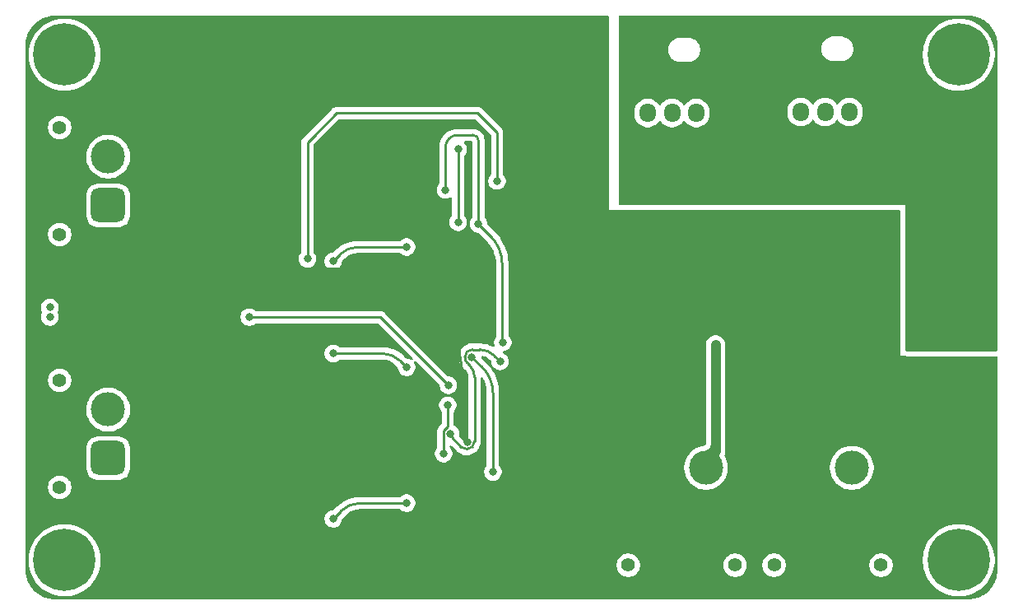
<source format=gbr>
%TF.GenerationSoftware,KiCad,Pcbnew,9.0.1*%
%TF.CreationDate,2026-01-23T01:31:55+09:00*%
%TF.ProjectId,AltairMD_V8,416c7461-6972-44d4-945f-56382e6b6963,rev?*%
%TF.SameCoordinates,Original*%
%TF.FileFunction,Copper,L2,Bot*%
%TF.FilePolarity,Positive*%
%FSLAX46Y46*%
G04 Gerber Fmt 4.6, Leading zero omitted, Abs format (unit mm)*
G04 Created by KiCad (PCBNEW 9.0.1) date 2026-01-23 01:31:55*
%MOMM*%
%LPD*%
G01*
G04 APERTURE LIST*
G04 Aperture macros list*
%AMRoundRect*
0 Rectangle with rounded corners*
0 $1 Rounding radius*
0 $2 $3 $4 $5 $6 $7 $8 $9 X,Y pos of 4 corners*
0 Add a 4 corners polygon primitive as box body*
4,1,4,$2,$3,$4,$5,$6,$7,$8,$9,$2,$3,0*
0 Add four circle primitives for the rounded corners*
1,1,$1+$1,$2,$3*
1,1,$1+$1,$4,$5*
1,1,$1+$1,$6,$7*
1,1,$1+$1,$8,$9*
0 Add four rect primitives between the rounded corners*
20,1,$1+$1,$2,$3,$4,$5,0*
20,1,$1+$1,$4,$5,$6,$7,0*
20,1,$1+$1,$6,$7,$8,$9,0*
20,1,$1+$1,$8,$9,$2,$3,0*%
G04 Aperture macros list end*
%TA.AperFunction,ComponentPad*%
%ADD10C,1.400000*%
%TD*%
%TA.AperFunction,ComponentPad*%
%ADD11RoundRect,0.770000X0.980000X0.980000X-0.980000X0.980000X-0.980000X-0.980000X0.980000X-0.980000X0*%
%TD*%
%TA.AperFunction,ComponentPad*%
%ADD12C,3.500000*%
%TD*%
%TA.AperFunction,ComponentPad*%
%ADD13C,0.800000*%
%TD*%
%TA.AperFunction,ComponentPad*%
%ADD14C,6.400000*%
%TD*%
%TA.AperFunction,ComponentPad*%
%ADD15RoundRect,0.250000X0.600000X0.725000X-0.600000X0.725000X-0.600000X-0.725000X0.600000X-0.725000X0*%
%TD*%
%TA.AperFunction,ComponentPad*%
%ADD16O,1.700000X1.950000*%
%TD*%
%TA.AperFunction,ComponentPad*%
%ADD17RoundRect,0.770000X0.980000X-0.980000X0.980000X0.980000X-0.980000X0.980000X-0.980000X-0.980000X0*%
%TD*%
%TA.AperFunction,ViaPad*%
%ADD18C,0.800000*%
%TD*%
%TA.AperFunction,Conductor*%
%ADD19C,1.000000*%
%TD*%
%TA.AperFunction,Conductor*%
%ADD20C,0.250000*%
%TD*%
G04 APERTURE END LIST*
D10*
%TO.P,J6,*%
%TO.N,*%
X143000000Y-96500000D03*
X132000000Y-96500000D03*
D11*
%TO.P,J6,1,Pin_1*%
%TO.N,GND2*%
X135000000Y-86500000D03*
D12*
%TO.P,J6,2,Pin_2*%
%TO.N,+24V*%
X140000000Y-86500000D03*
%TD*%
D13*
%TO.P,H2,1*%
%TO.N,N/C*%
X71600000Y-44000000D03*
X72302944Y-42302944D03*
X72302944Y-45697056D03*
X74000000Y-41600000D03*
D14*
X74000000Y-44000000D03*
D13*
X74000000Y-46400000D03*
X75697056Y-42302944D03*
X75697056Y-45697056D03*
X76400000Y-44000000D03*
%TD*%
D15*
%TO.P,J1,1,Pin_1*%
%TO.N,GND*%
X157250000Y-49900000D03*
D16*
%TO.P,J1,2,Pin_2*%
%TO.N,SDs-1*%
X154750000Y-49900000D03*
%TO.P,J1,3,Pin_3*%
%TO.N,Ps2-1*%
X152250000Y-49900000D03*
%TO.P,J1,4,Pin_4*%
%TO.N,Ps1-1*%
X149750000Y-49900000D03*
%TD*%
D10*
%TO.P,J4,*%
%TO.N,*%
X158000000Y-96500000D03*
X147000000Y-96500000D03*
D11*
%TO.P,J4,1,Pin_1*%
%TO.N,GND2*%
X150000000Y-86500000D03*
D12*
%TO.P,J4,2,Pin_2*%
%TO.N,+24V*%
X155000000Y-86500000D03*
%TD*%
D13*
%TO.P,H1,1*%
%TO.N,N/C*%
X71600000Y-96000000D03*
X72302944Y-94302944D03*
X72302944Y-97697056D03*
X74000000Y-93600000D03*
D14*
X74000000Y-96000000D03*
D13*
X74000000Y-98400000D03*
X75697056Y-94302944D03*
X75697056Y-97697056D03*
X76400000Y-96000000D03*
%TD*%
%TO.P,H4,1*%
%TO.N,N/C*%
X163600000Y-96000000D03*
X164302944Y-94302944D03*
X164302944Y-97697056D03*
X166000000Y-93600000D03*
D14*
X166000000Y-96000000D03*
D13*
X166000000Y-98400000D03*
X167697056Y-94302944D03*
X167697056Y-97697056D03*
X168400000Y-96000000D03*
%TD*%
D10*
%TO.P,J7,*%
%TO.N,*%
X73500000Y-62500000D03*
X73500000Y-51500000D03*
D17*
%TO.P,J7,1,Pin_1*%
%TO.N,OUTA2*%
X78500000Y-59500000D03*
D12*
%TO.P,J7,2,Pin_2*%
%TO.N,OUTB2*%
X78500000Y-54500000D03*
%TD*%
D10*
%TO.P,J5,*%
%TO.N,*%
X73500000Y-88500000D03*
X73500000Y-77500000D03*
D17*
%TO.P,J5,1,Pin_1*%
%TO.N,OUTA*%
X78500000Y-85500000D03*
D12*
%TO.P,J5,2,Pin_2*%
%TO.N,OUTB*%
X78500000Y-80500000D03*
%TD*%
D15*
%TO.P,J2,1,Pin_1*%
%TO.N,GND*%
X141500000Y-50000000D03*
D16*
%TO.P,J2,2,Pin_2*%
%TO.N,SDs-2*%
X139000000Y-50000000D03*
%TO.P,J2,3,Pin_3*%
%TO.N,Ps2-2*%
X136500000Y-50000000D03*
%TO.P,J2,4,Pin_4*%
%TO.N,Ps1-2*%
X134000000Y-50000000D03*
%TD*%
D13*
%TO.P,H3,1*%
%TO.N,N/C*%
X163600000Y-44000000D03*
X164302944Y-42302944D03*
X164302944Y-45697056D03*
X166000000Y-41600000D03*
D14*
X166000000Y-44000000D03*
D13*
X166000000Y-46400000D03*
X167697056Y-42302944D03*
X167697056Y-45697056D03*
X168400000Y-44000000D03*
%TD*%
D18*
%TO.N,+24V*%
X140987200Y-73864600D03*
%TO.N,GND*%
X164500000Y-60500000D03*
X167500000Y-59500000D03*
X165500000Y-59500000D03*
X155500000Y-46000000D03*
X135500000Y-46000000D03*
X141500000Y-46000000D03*
X140000000Y-46000000D03*
X161500000Y-57500000D03*
X160000000Y-57500000D03*
X163500000Y-59500000D03*
X168500000Y-60500000D03*
X134000000Y-46000000D03*
X152500000Y-46000000D03*
X154000000Y-46000000D03*
X151000000Y-46000000D03*
X157000000Y-46000000D03*
X138500000Y-46000000D03*
X166500000Y-60500000D03*
X149500000Y-46000000D03*
X162500000Y-60500000D03*
X137000000Y-46000000D03*
%TO.N,GND2*%
X133350000Y-77470000D03*
X99060000Y-44450000D03*
X116840000Y-44450000D03*
X93980000Y-99060000D03*
X116840000Y-46990000D03*
X162560000Y-90170000D03*
X163830000Y-81280000D03*
X107950000Y-97790000D03*
X85090000Y-55880000D03*
X121920000Y-99060000D03*
X85090000Y-78740000D03*
X81280000Y-96520000D03*
X140500000Y-61500000D03*
X109220000Y-96520000D03*
X127000000Y-96520000D03*
X162560000Y-77470000D03*
X85090000Y-58420000D03*
X139700000Y-96520000D03*
X125000000Y-60000000D03*
X80010000Y-45720000D03*
X167640000Y-87630000D03*
X85090000Y-83820000D03*
X127000000Y-81280000D03*
X119380000Y-99060000D03*
X113030000Y-48260000D03*
X82550000Y-81280000D03*
X105410000Y-43180000D03*
X83820000Y-82550000D03*
X88900000Y-59690000D03*
X116840000Y-96520000D03*
X110490000Y-97790000D03*
X135890000Y-97790000D03*
X87630000Y-53340000D03*
X155739588Y-97983725D03*
X113030000Y-45720000D03*
X86360000Y-62230000D03*
X120500000Y-60000000D03*
X168910000Y-86360000D03*
X166370000Y-83820000D03*
X165100000Y-82550000D03*
X166370000Y-86360000D03*
X88900000Y-44450000D03*
X161290000Y-99060000D03*
X158750000Y-99060000D03*
X124460000Y-81280000D03*
X93980000Y-96520000D03*
X124460000Y-96520000D03*
X134620000Y-96520000D03*
X162560000Y-85090000D03*
X121920000Y-81280000D03*
X101600000Y-44450000D03*
X92710000Y-97790000D03*
X165100000Y-77470000D03*
X153670000Y-97790000D03*
X83820000Y-59690000D03*
X91440000Y-99060000D03*
X166370000Y-78740000D03*
X91440000Y-44450000D03*
X137160000Y-96520000D03*
X107544000Y-66095800D03*
X115570000Y-45720000D03*
X99060000Y-41910000D03*
X167640000Y-82550000D03*
X91440000Y-96520000D03*
X163830000Y-78740000D03*
X90170000Y-83820000D03*
X86360000Y-54610000D03*
X111760000Y-99060000D03*
X115570000Y-97790000D03*
X130810000Y-77470000D03*
X105410000Y-97790000D03*
X90170000Y-53340000D03*
X104140000Y-44450000D03*
X96520000Y-99060000D03*
X85090000Y-97790000D03*
X158750000Y-88900000D03*
X106680000Y-44450000D03*
X124460000Y-78740000D03*
X90170000Y-58420000D03*
X161290000Y-81280000D03*
X86360000Y-96520000D03*
X90170000Y-97790000D03*
X148590000Y-78740000D03*
X160020000Y-92710000D03*
X168910000Y-81280000D03*
X167640000Y-90170000D03*
X86360000Y-59690000D03*
X166370000Y-76200000D03*
X102870000Y-43180000D03*
X87630000Y-40640000D03*
X152400000Y-99060000D03*
X157480000Y-82550000D03*
X154940000Y-96520000D03*
X78740000Y-44450000D03*
X82550000Y-95250000D03*
X149860000Y-77470000D03*
X88900000Y-82550000D03*
X123190000Y-77470000D03*
X139700000Y-99060000D03*
X114300000Y-41910000D03*
X120650000Y-77470000D03*
X77470000Y-48260000D03*
X102870000Y-95250000D03*
X133350000Y-80010000D03*
X85090000Y-60960000D03*
X140970000Y-97790000D03*
X127000000Y-76200000D03*
X109220000Y-99060000D03*
X146050000Y-76200000D03*
X88900000Y-99060000D03*
X76200000Y-49530000D03*
X87630000Y-81280000D03*
X121920000Y-76200000D03*
X100330000Y-97790000D03*
X109220000Y-44450000D03*
X95250000Y-97790000D03*
X80010000Y-43180000D03*
X116840000Y-41910000D03*
X161290000Y-78740000D03*
X87630000Y-86360000D03*
X82550000Y-40640000D03*
X147320000Y-80010000D03*
X101600000Y-41910000D03*
X128270000Y-97790000D03*
X90170000Y-95250000D03*
X87630000Y-43180000D03*
X157480000Y-92710000D03*
X99060000Y-99060000D03*
X168910000Y-76200000D03*
X157480000Y-85090000D03*
X87630000Y-78740000D03*
X96520000Y-44450000D03*
X134620000Y-78740000D03*
X90170000Y-60960000D03*
X123500000Y-60000000D03*
X81280000Y-44450000D03*
X153670000Y-78740000D03*
X114300000Y-44450000D03*
X71120000Y-49530000D03*
X160020000Y-95250000D03*
X88900000Y-80010000D03*
X130810000Y-80010000D03*
X102870000Y-97790000D03*
X160020000Y-90170000D03*
X110490000Y-40640000D03*
X113030000Y-40640000D03*
X168910000Y-83820000D03*
X124460000Y-76200000D03*
X82550000Y-97790000D03*
X88900000Y-62230000D03*
X165100000Y-80010000D03*
X156210000Y-93980000D03*
X158750000Y-78740000D03*
X88900000Y-96520000D03*
X107950000Y-43180000D03*
X121000000Y-61000000D03*
X88900000Y-85090000D03*
X83820000Y-41910000D03*
X91440000Y-41910000D03*
X88900000Y-57150000D03*
X152400000Y-96520000D03*
X124460000Y-99060000D03*
X80010000Y-97790000D03*
X88900000Y-54610000D03*
X127000000Y-99060000D03*
X97790000Y-95250000D03*
X86360000Y-41910000D03*
X86360000Y-77470000D03*
X78740000Y-99060000D03*
X162560000Y-82550000D03*
X100330000Y-95250000D03*
X134620000Y-76200000D03*
X163830000Y-76200000D03*
X129540000Y-96520000D03*
X166370000Y-81280000D03*
X73660000Y-49530000D03*
X138000000Y-60500000D03*
X130810000Y-97790000D03*
X100330000Y-43180000D03*
X85090000Y-43180000D03*
X168910000Y-78740000D03*
X97790000Y-43180000D03*
X166370000Y-91440000D03*
X128270000Y-77470000D03*
X149860000Y-99060000D03*
X120650000Y-97790000D03*
X163830000Y-86360000D03*
X162560000Y-87630000D03*
X95250000Y-40640000D03*
X90170000Y-86360000D03*
X137160000Y-99060000D03*
X82550000Y-55880000D03*
X127000000Y-78740000D03*
X153670000Y-76200000D03*
X72390000Y-48260000D03*
X161290000Y-88900000D03*
X129540000Y-99060000D03*
X86360000Y-82550000D03*
X156210000Y-81280000D03*
X167640000Y-80010000D03*
X85090000Y-86360000D03*
X92710000Y-43180000D03*
X148590000Y-81280000D03*
X88900000Y-77470000D03*
X116840000Y-99060000D03*
X128270000Y-80010000D03*
X129540000Y-78740000D03*
X114300000Y-96520000D03*
X158750000Y-91440000D03*
X83820000Y-54610000D03*
X85090000Y-40640000D03*
X134620000Y-81280000D03*
X125730000Y-80010000D03*
X86360000Y-52070000D03*
X87630000Y-97790000D03*
X78740000Y-41910000D03*
X87630000Y-58420000D03*
X123190000Y-80010000D03*
X161290000Y-96520000D03*
X122500000Y-61000000D03*
X157480000Y-77470000D03*
X104140000Y-96520000D03*
X106680000Y-41910000D03*
X111760000Y-44450000D03*
X163830000Y-83820000D03*
X160020000Y-97790000D03*
X86360000Y-80010000D03*
X149860000Y-82550000D03*
X125730000Y-97790000D03*
X148000000Y-62475003D03*
X157480000Y-80010000D03*
X121920000Y-78740000D03*
X166370000Y-88900000D03*
X168910000Y-91440000D03*
X81280000Y-41910000D03*
X124000000Y-61000000D03*
X83820000Y-93980000D03*
X158750000Y-83820000D03*
X154940000Y-82550000D03*
X90170000Y-43180000D03*
X87630000Y-55880000D03*
X92710000Y-40640000D03*
X78740000Y-93980000D03*
X165100000Y-90170000D03*
X96520000Y-41910000D03*
X109220000Y-41910000D03*
X114300000Y-46990000D03*
X102870000Y-40640000D03*
X160020000Y-82550000D03*
X93980000Y-44450000D03*
X118110000Y-97790000D03*
X163830000Y-91440000D03*
X106680000Y-99060000D03*
X138430000Y-97790000D03*
X90170000Y-81280000D03*
X85090000Y-81280000D03*
X78740000Y-46990000D03*
X154940000Y-99060000D03*
X111760000Y-96520000D03*
X90170000Y-40640000D03*
X111760000Y-41910000D03*
X83820000Y-57150000D03*
X107950000Y-40640000D03*
X96520000Y-96520000D03*
X83820000Y-99060000D03*
X83820000Y-85090000D03*
X82550000Y-43180000D03*
X113030000Y-43180000D03*
X129540000Y-81280000D03*
X162534088Y-80014114D03*
X119380000Y-96520000D03*
X95250000Y-43180000D03*
X82550000Y-83820000D03*
X120650000Y-80010000D03*
X115570000Y-43180000D03*
X81280000Y-93980000D03*
X158750000Y-76200000D03*
X161290000Y-76200000D03*
X110490000Y-43180000D03*
X158750000Y-81280000D03*
X132080000Y-76200000D03*
X78740000Y-96520000D03*
X85090000Y-53340000D03*
X97790000Y-97790000D03*
X148590000Y-76200000D03*
X85090000Y-95250000D03*
X99060000Y-96520000D03*
X154940000Y-77470000D03*
X95250000Y-95250000D03*
X161290000Y-83820000D03*
X149860000Y-80010000D03*
X101600000Y-99060000D03*
X167640000Y-77470000D03*
X83820000Y-44450000D03*
X165100000Y-87630000D03*
X132080000Y-78740000D03*
X161290000Y-86360000D03*
X161290000Y-93980000D03*
X115426100Y-83826900D03*
X156210000Y-76200000D03*
X88900000Y-52070000D03*
X86360000Y-85090000D03*
X161290000Y-91440000D03*
X82550000Y-58420000D03*
X86360000Y-44450000D03*
X123190000Y-97790000D03*
X86360000Y-87630000D03*
X158750000Y-86360000D03*
X100330000Y-40640000D03*
X156210000Y-83820000D03*
X168910000Y-88900000D03*
X104277230Y-98975481D03*
X156210000Y-78740000D03*
X160020000Y-77470000D03*
X114300000Y-99060000D03*
X90170000Y-55880000D03*
X154940000Y-80010000D03*
X104140000Y-41910000D03*
X147320000Y-77470000D03*
X134620000Y-99060000D03*
X88900000Y-87630000D03*
X83820000Y-96520000D03*
X87630000Y-60960000D03*
X122000000Y-60000000D03*
X129540000Y-76200000D03*
X83820000Y-80010000D03*
X125730000Y-77470000D03*
X115570000Y-48260000D03*
X80010000Y-40640000D03*
X81280000Y-99060000D03*
X105410000Y-40640000D03*
X80010000Y-95250000D03*
X151130000Y-81280000D03*
X167640000Y-85090000D03*
X145000000Y-62475007D03*
X97790000Y-40640000D03*
X87630000Y-83820000D03*
X86360000Y-57150000D03*
X121920000Y-96520000D03*
X160020000Y-85090000D03*
X165100000Y-85090000D03*
X92710000Y-95250000D03*
X86360000Y-99060000D03*
X163830000Y-88900000D03*
X151130000Y-97790000D03*
X119500000Y-61000000D03*
X158750000Y-93980000D03*
X113030000Y-97790000D03*
X146050000Y-78740000D03*
X74930000Y-48260000D03*
X160020000Y-80010000D03*
X101600000Y-96520000D03*
X90170000Y-78740000D03*
X88900000Y-41910000D03*
X106680000Y-96520000D03*
X87630000Y-95250000D03*
X132080000Y-81280000D03*
X160020000Y-87630000D03*
X149860000Y-96520000D03*
X93980000Y-41910000D03*
X115570000Y-40640000D03*
%TO.N,+5V*%
X119099499Y-73597501D03*
X113193900Y-57918700D03*
X116598800Y-61425400D03*
%TO.N,OUTA*%
X109194500Y-90125000D03*
X101640600Y-91746600D03*
%TO.N,OUTB*%
X101640600Y-74741200D03*
X109194500Y-76167500D03*
%TO.N,Net-(IC2-CS_DIS)*%
X113000000Y-85042498D03*
X113421100Y-80065500D03*
%TO.N,Net-(IC2-CS)*%
X113719300Y-82976600D03*
X118815800Y-75549400D03*
%TO.N,CS*%
X93000000Y-71000000D03*
X113500000Y-78000000D03*
X72500000Y-71000000D03*
%TO.N,PWM1-1*%
X118073800Y-86931200D03*
X115923400Y-75093000D03*
%TO.N,OUTA2*%
X109194500Y-63791200D03*
X101640600Y-65258700D03*
%TO.N,PWM1-2*%
X114500000Y-53750000D03*
X114500000Y-61250000D03*
%TO.N,CS2*%
X72500000Y-70000000D03*
X99000000Y-65000000D03*
X118500000Y-57000000D03*
%TD*%
D19*
%TO.N,+24V*%
X140987200Y-73864600D02*
X140987182Y-84814740D01*
D20*
X140493590Y-86006396D02*
X140000000Y-86500000D01*
X140493590Y-86006396D02*
G75*
G03*
X140987208Y-84814740I-1191690J1191696D01*
G01*
%TO.N,GND2*%
X107447785Y-66000500D02*
X107447851Y-66000500D01*
X107447479Y-66000500D02*
X107447532Y-66000500D01*
X107448433Y-66000500D02*
X107448420Y-66000500D01*
X115426100Y-83826900D02*
X115085548Y-83486350D01*
X107445307Y-66000500D02*
X92459799Y-66000500D01*
X107447638Y-66000500D02*
X107447585Y-66000500D01*
X107447585Y-66000500D02*
X107447532Y-66000500D01*
X90170000Y-63505781D02*
X90170000Y-60960000D01*
X107448685Y-66000500D02*
X107448699Y-66000500D01*
X107639800Y-65811750D02*
X107639800Y-65811800D01*
X107447705Y-66000500D02*
X107447691Y-66000500D01*
X90459800Y-68000498D02*
X90459800Y-79137500D01*
X107446724Y-66000500D02*
X107446433Y-66000500D01*
X107450500Y-66002300D02*
X107544000Y-66095800D01*
X107446724Y-66000500D02*
X107446737Y-66000500D01*
X107450500Y-66002300D02*
X107450500Y-66002300D01*
X107447479Y-66000500D02*
X107447320Y-66000500D01*
X107447267Y-66000500D02*
X107447320Y-66000500D01*
X107450500Y-66002300D02*
X107449300Y-66001100D01*
X107447267Y-66000500D02*
X107447002Y-66000500D01*
X107448645Y-66000500D02*
X107448658Y-66000500D01*
X107448275Y-66000500D02*
X107448341Y-66000500D01*
X107448592Y-66000500D02*
X107448539Y-66000500D01*
X107447691Y-66000500D02*
X107447638Y-66000500D01*
X107448685Y-66000500D02*
X107448658Y-66000500D01*
X107448063Y-66000500D02*
X107447851Y-66000500D01*
X107446155Y-66000500D02*
X107446433Y-66000500D01*
X107448275Y-66000500D02*
X107448063Y-66000500D01*
X107450500Y-66002300D02*
X107449599Y-66001400D01*
X107448645Y-66000500D02*
X107448592Y-66000500D01*
X107448420Y-66000500D02*
X107448341Y-66000500D01*
X107450500Y-66002300D02*
X113151202Y-71703008D01*
X90459800Y-64000501D02*
X90459800Y-68000498D01*
X114744995Y-75550765D02*
X114744995Y-82664189D01*
X107448539Y-66000500D02*
X107448486Y-66000500D01*
X107639800Y-65811750D02*
X107639810Y-65932261D01*
X107591908Y-66047903D02*
X107544000Y-66095800D01*
X90459800Y-64000501D02*
X90314900Y-63855601D01*
X107448486Y-66000500D02*
X107448433Y-66000500D01*
X107447002Y-66000500D02*
X107446737Y-66000500D01*
X107446155Y-66000500D02*
X107445307Y-66000500D01*
X107447785Y-66000500D02*
X107447705Y-66000500D01*
X107591908Y-66047903D02*
G75*
G03*
X107639791Y-65932261I-115608J115603D01*
G01*
X90459800Y-68000498D02*
G75*
G02*
X92459799Y-66000500I2000000J-2D01*
G01*
X107450500Y-66002300D02*
X107450500Y-66002300D01*
X107450500Y-66002300D02*
X107450500Y-66002300D01*
X114744995Y-82664189D02*
G75*
G03*
X115085542Y-83486356I1162705J-11D01*
G01*
X107639800Y-65811750D02*
X107639800Y-65811750D01*
X107639800Y-65811750D02*
X107639800Y-65811750D01*
X113151202Y-71703008D02*
G75*
G02*
X114745007Y-75550765I-3847802J-3847792D01*
G01*
X107639800Y-65811750D02*
X107639800Y-65811750D01*
X90314900Y-63855601D02*
G75*
G02*
X90170007Y-63505781I349800J349801D01*
G01*
X107450500Y-66002300D02*
X107450500Y-66002300D01*
X107450500Y-66002300D02*
X107450500Y-66002300D01*
X90459800Y-64000501D02*
G75*
G03*
X92459799Y-66000500I2000000J1D01*
G01*
%TO.N,+5V*%
X119036999Y-65587667D02*
X119036999Y-73490806D01*
X119068249Y-73566251D02*
X119099499Y-73597501D01*
X116026576Y-52263599D02*
X114459206Y-52263598D01*
X116598800Y-61425400D02*
X117817899Y-62644500D01*
X116598800Y-61425400D02*
X116598799Y-52835822D01*
X113193900Y-57918700D02*
X113193900Y-53528907D01*
X119036999Y-65587667D02*
G75*
G03*
X117817889Y-62644510I-4162299J-33D01*
G01*
X119068249Y-73566251D02*
G75*
G02*
X119036996Y-73490806I75451J75451D01*
G01*
X113564500Y-52634199D02*
G75*
G02*
X114459206Y-52263602I894700J-894701D01*
G01*
X116026576Y-52263599D02*
G75*
G02*
X116431207Y-52431192I24J-572201D01*
G01*
X113564500Y-52634199D02*
G75*
G03*
X113193902Y-53528907I894700J-894701D01*
G01*
X116431199Y-52431200D02*
G75*
G02*
X116598790Y-52835822I-404599J-404600D01*
G01*
%TO.N,OUTA*%
X108180450Y-90125000D02*
X109194500Y-90125000D01*
X102451396Y-90935791D02*
X101640600Y-91746600D01*
X104408841Y-90124985D02*
X109194500Y-90125000D01*
X108180450Y-90125000D02*
X109194500Y-90125000D01*
X108180450Y-90125000D02*
X108180450Y-90125000D01*
X108180450Y-90125000D02*
X108180450Y-90125000D01*
X104408841Y-90124985D02*
G75*
G03*
X102451379Y-90935774I-41J-2768215D01*
G01*
X108180450Y-90125000D02*
X108180450Y-90125000D01*
%TO.N,OUTB*%
X106759652Y-74741200D02*
X101640600Y-74741200D01*
X108481349Y-75454350D02*
X109194500Y-76167500D01*
X106759652Y-74741200D02*
G75*
G02*
X108481363Y-75454336I48J-2434800D01*
G01*
%TO.N,Net-(IC2-CS_DIS)*%
X113421066Y-82247291D02*
X113421091Y-82247266D01*
X113421091Y-82247266D02*
X113421100Y-82247231D01*
X113000000Y-85042498D02*
X112993300Y-85035798D01*
X113109330Y-82559850D02*
X113109330Y-82558968D01*
X113421033Y-82247291D02*
X113421066Y-82247291D01*
X112993300Y-82675880D02*
X113109330Y-82559850D01*
X112993300Y-85035798D02*
X112993300Y-82675880D01*
X113109330Y-82558968D02*
X113206781Y-82461517D01*
X113193721Y-82475459D02*
X113206781Y-82461517D01*
X113421024Y-82247287D02*
X113421033Y-82247291D01*
X113421100Y-82247231D02*
X113421100Y-80065500D01*
X113420981Y-82247304D02*
X113421024Y-82247287D01*
X113420939Y-82247359D02*
X113420981Y-82247304D01*
X113206781Y-82461517D02*
X113420939Y-82247359D01*
%TO.N,Net-(IC2-CS)*%
X115449136Y-75732936D02*
X115688749Y-75972549D01*
X118207349Y-74940950D02*
X118815800Y-75549400D01*
X116180818Y-83768058D02*
X116180800Y-77160463D01*
X114813170Y-84345963D02*
X113816687Y-83349511D01*
X115196700Y-75123499D02*
X115196700Y-75073382D01*
X113719290Y-83114353D02*
X113719300Y-82976600D01*
X115943257Y-84341548D02*
X115938835Y-84345969D01*
X115937585Y-74332505D02*
X116738420Y-74332503D01*
X115196700Y-75073382D02*
G75*
G02*
X115413704Y-74549505I740900J-18D01*
G01*
X113719290Y-83114353D02*
G75*
G03*
X113816679Y-83349519I332510J-47D01*
G01*
X115196700Y-75123499D02*
G75*
G03*
X115449131Y-75732941I861900J-1D01*
G01*
X115688749Y-75972549D02*
G75*
G02*
X116180815Y-77160463I-1187949J-1187951D01*
G01*
X115943257Y-84341548D02*
G75*
G03*
X116180784Y-83768058I-573457J573448D01*
G01*
X114813170Y-84345963D02*
G75*
G03*
X115375999Y-84579085I562830J562863D01*
G01*
X115937585Y-74332505D02*
G75*
G03*
X115413708Y-74549509I15J-740895D01*
G01*
X118207349Y-74940950D02*
G75*
G03*
X116738420Y-74332492I-1468949J-1468950D01*
G01*
X115375999Y-84579089D02*
G75*
G03*
X115938832Y-84345966I1J795989D01*
G01*
%TO.N,CS*%
X113500000Y-78000000D02*
X106500000Y-71000000D01*
X94500000Y-71000000D02*
X93000000Y-71000000D01*
X106500000Y-71000000D02*
X94500000Y-71000000D01*
%TO.N,PWM1-1*%
X116998599Y-76168200D02*
X115923400Y-75093000D01*
X118073799Y-78763962D02*
X118073800Y-86931200D01*
X116998599Y-76168200D02*
G75*
G02*
X118073815Y-78763962I-2595799J-2595800D01*
G01*
%TO.N,OUTA2*%
X101640600Y-65258700D02*
X102374352Y-64524954D01*
X104145781Y-63791207D02*
X109194500Y-63791200D01*
X104145781Y-63791207D02*
G75*
G03*
X102374360Y-64524962I19J-2505193D01*
G01*
%TO.N,PWM1-2*%
X114500000Y-53750000D02*
X114500000Y-61250000D01*
%TO.N,CS2*%
X102000000Y-50000000D02*
X99500000Y-52500000D01*
X118500000Y-52000000D02*
X116500000Y-50000000D01*
X99000000Y-53000000D02*
X99000000Y-65000000D01*
X99500000Y-52500000D02*
X99000000Y-53000000D01*
X118500000Y-57000000D02*
X118500000Y-52000000D01*
X116500000Y-50000000D02*
X102000000Y-50000000D01*
%TD*%
%TA.AperFunction,Conductor*%
%TO.N,GND*%
G36*
X167003243Y-40000669D02*
G01*
X167280182Y-40015184D01*
X167287575Y-40015794D01*
X167349875Y-40022813D01*
X167355353Y-40023555D01*
X167597128Y-40061848D01*
X167605289Y-40063423D01*
X167660830Y-40076100D01*
X167665181Y-40077179D01*
X167908157Y-40142284D01*
X167916999Y-40145013D01*
X167959629Y-40159930D01*
X167963079Y-40161195D01*
X168209378Y-40255739D01*
X168218711Y-40259770D01*
X168239307Y-40269689D01*
X168241754Y-40270900D01*
X168493968Y-40399411D01*
X168505199Y-40405896D01*
X168505463Y-40406067D01*
X168757608Y-40569812D01*
X168768109Y-40577441D01*
X169002010Y-40766850D01*
X169011655Y-40775535D01*
X169224464Y-40988344D01*
X169233149Y-40997989D01*
X169422558Y-41231890D01*
X169430187Y-41242391D01*
X169594101Y-41494796D01*
X169600591Y-41506036D01*
X169729075Y-41758199D01*
X169730309Y-41760691D01*
X169740223Y-41781277D01*
X169744268Y-41790643D01*
X169838791Y-42036887D01*
X169840068Y-42040369D01*
X169854985Y-42082999D01*
X169857719Y-42091860D01*
X169922806Y-42334766D01*
X169923917Y-42339245D01*
X169930033Y-42366044D01*
X169936569Y-42394679D01*
X169938150Y-42402872D01*
X169976440Y-42644627D01*
X169977187Y-42650142D01*
X169984204Y-42712424D01*
X169984814Y-42719816D01*
X169999330Y-42996755D01*
X169999500Y-43003246D01*
X169999500Y-74376000D01*
X169979815Y-74443039D01*
X169927011Y-74488794D01*
X169875500Y-74500000D01*
X160624000Y-74500000D01*
X160556961Y-74480315D01*
X160511206Y-74427511D01*
X160500000Y-74376000D01*
X160500000Y-59500000D01*
X131124000Y-59500000D01*
X131056961Y-59480315D01*
X131011206Y-59427511D01*
X131000000Y-59376000D01*
X131000000Y-49768713D01*
X132649500Y-49768713D01*
X132649500Y-50231286D01*
X132682753Y-50441239D01*
X132748444Y-50643414D01*
X132844951Y-50832820D01*
X132969890Y-51004786D01*
X133120213Y-51155109D01*
X133292179Y-51280048D01*
X133292181Y-51280049D01*
X133292184Y-51280051D01*
X133481588Y-51376557D01*
X133683757Y-51442246D01*
X133893713Y-51475500D01*
X133893714Y-51475500D01*
X134106286Y-51475500D01*
X134106287Y-51475500D01*
X134316243Y-51442246D01*
X134518412Y-51376557D01*
X134707816Y-51280051D01*
X134729789Y-51264086D01*
X134879786Y-51155109D01*
X134879788Y-51155106D01*
X134879792Y-51155104D01*
X135030104Y-51004792D01*
X135149683Y-50840204D01*
X135205011Y-50797540D01*
X135274624Y-50791561D01*
X135336420Y-50824166D01*
X135350313Y-50840199D01*
X135469892Y-51004786D01*
X135469896Y-51004792D01*
X135620213Y-51155109D01*
X135792179Y-51280048D01*
X135792181Y-51280049D01*
X135792184Y-51280051D01*
X135981588Y-51376557D01*
X136183757Y-51442246D01*
X136393713Y-51475500D01*
X136393714Y-51475500D01*
X136606286Y-51475500D01*
X136606287Y-51475500D01*
X136816243Y-51442246D01*
X137018412Y-51376557D01*
X137207816Y-51280051D01*
X137229789Y-51264086D01*
X137379786Y-51155109D01*
X137379788Y-51155106D01*
X137379792Y-51155104D01*
X137530104Y-51004792D01*
X137649683Y-50840204D01*
X137705011Y-50797540D01*
X137774624Y-50791561D01*
X137836420Y-50824166D01*
X137850313Y-50840199D01*
X137969892Y-51004786D01*
X137969896Y-51004792D01*
X138120213Y-51155109D01*
X138292179Y-51280048D01*
X138292181Y-51280049D01*
X138292184Y-51280051D01*
X138481588Y-51376557D01*
X138683757Y-51442246D01*
X138893713Y-51475500D01*
X138893714Y-51475500D01*
X139106286Y-51475500D01*
X139106287Y-51475500D01*
X139316243Y-51442246D01*
X139518412Y-51376557D01*
X139707816Y-51280051D01*
X139729789Y-51264086D01*
X139879786Y-51155109D01*
X139879788Y-51155106D01*
X139879792Y-51155104D01*
X140030104Y-51004792D01*
X140030106Y-51004788D01*
X140030109Y-51004786D01*
X140155048Y-50832820D01*
X140155047Y-50832820D01*
X140155051Y-50832816D01*
X140251557Y-50643412D01*
X140317246Y-50441243D01*
X140350500Y-50231287D01*
X140350500Y-49768713D01*
X140334661Y-49668713D01*
X148399500Y-49668713D01*
X148399500Y-50131286D01*
X148432753Y-50341239D01*
X148498444Y-50543414D01*
X148594951Y-50732820D01*
X148719890Y-50904786D01*
X148870213Y-51055109D01*
X149042179Y-51180048D01*
X149042181Y-51180049D01*
X149042184Y-51180051D01*
X149231588Y-51276557D01*
X149433757Y-51342246D01*
X149643713Y-51375500D01*
X149643714Y-51375500D01*
X149856286Y-51375500D01*
X149856287Y-51375500D01*
X150066243Y-51342246D01*
X150268412Y-51276557D01*
X150457816Y-51180051D01*
X150492153Y-51155104D01*
X150629786Y-51055109D01*
X150629788Y-51055106D01*
X150629792Y-51055104D01*
X150780104Y-50904792D01*
X150899683Y-50740204D01*
X150955011Y-50697540D01*
X151024624Y-50691561D01*
X151086420Y-50724166D01*
X151100313Y-50740199D01*
X151167603Y-50832816D01*
X151219896Y-50904792D01*
X151370213Y-51055109D01*
X151542179Y-51180048D01*
X151542181Y-51180049D01*
X151542184Y-51180051D01*
X151731588Y-51276557D01*
X151933757Y-51342246D01*
X152143713Y-51375500D01*
X152143714Y-51375500D01*
X152356286Y-51375500D01*
X152356287Y-51375500D01*
X152566243Y-51342246D01*
X152768412Y-51276557D01*
X152957816Y-51180051D01*
X152992153Y-51155104D01*
X153129786Y-51055109D01*
X153129788Y-51055106D01*
X153129792Y-51055104D01*
X153280104Y-50904792D01*
X153399683Y-50740204D01*
X153455011Y-50697540D01*
X153524624Y-50691561D01*
X153586420Y-50724166D01*
X153600313Y-50740199D01*
X153667603Y-50832816D01*
X153719896Y-50904792D01*
X153870213Y-51055109D01*
X154042179Y-51180048D01*
X154042181Y-51180049D01*
X154042184Y-51180051D01*
X154231588Y-51276557D01*
X154433757Y-51342246D01*
X154643713Y-51375500D01*
X154643714Y-51375500D01*
X154856286Y-51375500D01*
X154856287Y-51375500D01*
X155066243Y-51342246D01*
X155268412Y-51276557D01*
X155457816Y-51180051D01*
X155492153Y-51155104D01*
X155629786Y-51055109D01*
X155629788Y-51055106D01*
X155629792Y-51055104D01*
X155780104Y-50904792D01*
X155780106Y-50904788D01*
X155780109Y-50904786D01*
X155905048Y-50732820D01*
X155905047Y-50732820D01*
X155905051Y-50732816D01*
X156001557Y-50543412D01*
X156067246Y-50341243D01*
X156100500Y-50131287D01*
X156100500Y-49668713D01*
X156067246Y-49458757D01*
X156001557Y-49256588D01*
X155905051Y-49067184D01*
X155905049Y-49067181D01*
X155905048Y-49067179D01*
X155780109Y-48895213D01*
X155629786Y-48744890D01*
X155457820Y-48619951D01*
X155268414Y-48523444D01*
X155268413Y-48523443D01*
X155268412Y-48523443D01*
X155066243Y-48457754D01*
X155066241Y-48457753D01*
X155066240Y-48457753D01*
X154904957Y-48432208D01*
X154856287Y-48424500D01*
X154643713Y-48424500D01*
X154595042Y-48432208D01*
X154433760Y-48457753D01*
X154231585Y-48523444D01*
X154042179Y-48619951D01*
X153870213Y-48744890D01*
X153719894Y-48895209D01*
X153719890Y-48895214D01*
X153600318Y-49059793D01*
X153544989Y-49102459D01*
X153475375Y-49108438D01*
X153413580Y-49075833D01*
X153399682Y-49059793D01*
X153280109Y-48895214D01*
X153280105Y-48895209D01*
X153129786Y-48744890D01*
X152957820Y-48619951D01*
X152768414Y-48523444D01*
X152768413Y-48523443D01*
X152768412Y-48523443D01*
X152566243Y-48457754D01*
X152566241Y-48457753D01*
X152566240Y-48457753D01*
X152404957Y-48432208D01*
X152356287Y-48424500D01*
X152143713Y-48424500D01*
X152095042Y-48432208D01*
X151933760Y-48457753D01*
X151731585Y-48523444D01*
X151542179Y-48619951D01*
X151370213Y-48744890D01*
X151219894Y-48895209D01*
X151219890Y-48895214D01*
X151100318Y-49059793D01*
X151044989Y-49102459D01*
X150975375Y-49108438D01*
X150913580Y-49075833D01*
X150899682Y-49059793D01*
X150780109Y-48895214D01*
X150780105Y-48895209D01*
X150629786Y-48744890D01*
X150457820Y-48619951D01*
X150268414Y-48523444D01*
X150268413Y-48523443D01*
X150268412Y-48523443D01*
X150066243Y-48457754D01*
X150066241Y-48457753D01*
X150066240Y-48457753D01*
X149904957Y-48432208D01*
X149856287Y-48424500D01*
X149643713Y-48424500D01*
X149595042Y-48432208D01*
X149433760Y-48457753D01*
X149231585Y-48523444D01*
X149042179Y-48619951D01*
X148870213Y-48744890D01*
X148719890Y-48895213D01*
X148594951Y-49067179D01*
X148498444Y-49256585D01*
X148432753Y-49458760D01*
X148399500Y-49668713D01*
X140334661Y-49668713D01*
X140317246Y-49558757D01*
X140251557Y-49356588D01*
X140155051Y-49167184D01*
X140155049Y-49167181D01*
X140155048Y-49167179D01*
X140030109Y-48995213D01*
X139879786Y-48844890D01*
X139707820Y-48719951D01*
X139518414Y-48623444D01*
X139518413Y-48623443D01*
X139518412Y-48623443D01*
X139316243Y-48557754D01*
X139316241Y-48557753D01*
X139316240Y-48557753D01*
X139154957Y-48532208D01*
X139106287Y-48524500D01*
X138893713Y-48524500D01*
X138845042Y-48532208D01*
X138683760Y-48557753D01*
X138481585Y-48623444D01*
X138292179Y-48719951D01*
X138120213Y-48844890D01*
X137969894Y-48995209D01*
X137969890Y-48995214D01*
X137850318Y-49159793D01*
X137794989Y-49202459D01*
X137725375Y-49208438D01*
X137663580Y-49175833D01*
X137649682Y-49159793D01*
X137530109Y-48995214D01*
X137530105Y-48995209D01*
X137379786Y-48844890D01*
X137207820Y-48719951D01*
X137018414Y-48623444D01*
X137018413Y-48623443D01*
X137018412Y-48623443D01*
X136816243Y-48557754D01*
X136816241Y-48557753D01*
X136816240Y-48557753D01*
X136654957Y-48532208D01*
X136606287Y-48524500D01*
X136393713Y-48524500D01*
X136345042Y-48532208D01*
X136183760Y-48557753D01*
X135981585Y-48623444D01*
X135792179Y-48719951D01*
X135620213Y-48844890D01*
X135469894Y-48995209D01*
X135469890Y-48995214D01*
X135350318Y-49159793D01*
X135294989Y-49202459D01*
X135225375Y-49208438D01*
X135163580Y-49175833D01*
X135149682Y-49159793D01*
X135030109Y-48995214D01*
X135030105Y-48995209D01*
X134879786Y-48844890D01*
X134707820Y-48719951D01*
X134518414Y-48623444D01*
X134518413Y-48623443D01*
X134518412Y-48623443D01*
X134316243Y-48557754D01*
X134316241Y-48557753D01*
X134316240Y-48557753D01*
X134154957Y-48532208D01*
X134106287Y-48524500D01*
X133893713Y-48524500D01*
X133845042Y-48532208D01*
X133683760Y-48557753D01*
X133481585Y-48623444D01*
X133292179Y-48719951D01*
X133120213Y-48844890D01*
X132969890Y-48995213D01*
X132844951Y-49167179D01*
X132748444Y-49356585D01*
X132682753Y-49558760D01*
X132649500Y-49768713D01*
X131000000Y-49768713D01*
X131000000Y-43401577D01*
X136099500Y-43401577D01*
X136099500Y-43598422D01*
X136130290Y-43792826D01*
X136191117Y-43980029D01*
X136280476Y-44155405D01*
X136396172Y-44314646D01*
X136535354Y-44453828D01*
X136694595Y-44569524D01*
X136777455Y-44611743D01*
X136869970Y-44658882D01*
X136869972Y-44658882D01*
X136869975Y-44658884D01*
X136970317Y-44691487D01*
X137057173Y-44719709D01*
X137251578Y-44750500D01*
X137251583Y-44750500D01*
X138248422Y-44750500D01*
X138442826Y-44719709D01*
X138630025Y-44658884D01*
X138805405Y-44569524D01*
X138964646Y-44453828D01*
X139103828Y-44314646D01*
X139219524Y-44155405D01*
X139308884Y-43980025D01*
X139369709Y-43792826D01*
X139372240Y-43776843D01*
X139400500Y-43598422D01*
X139400500Y-43401577D01*
X139386963Y-43316109D01*
X139384661Y-43301577D01*
X151849500Y-43301577D01*
X151849500Y-43498422D01*
X151880290Y-43692826D01*
X151941117Y-43880029D01*
X151992068Y-43980025D01*
X152030476Y-44055405D01*
X152146172Y-44214646D01*
X152285354Y-44353828D01*
X152444595Y-44469524D01*
X152527455Y-44511743D01*
X152619970Y-44558882D01*
X152619972Y-44558882D01*
X152619975Y-44558884D01*
X152720317Y-44591487D01*
X152807173Y-44619709D01*
X153001578Y-44650500D01*
X153001583Y-44650500D01*
X153998422Y-44650500D01*
X154192826Y-44619709D01*
X154380025Y-44558884D01*
X154555405Y-44469524D01*
X154714646Y-44353828D01*
X154853828Y-44214646D01*
X154969524Y-44055405D01*
X155058884Y-43880025D01*
X155078969Y-43818209D01*
X162299500Y-43818209D01*
X162299500Y-44181790D01*
X162335137Y-44543630D01*
X162406064Y-44900212D01*
X162406067Y-44900223D01*
X162511614Y-45248165D01*
X162650754Y-45584078D01*
X162650756Y-45584083D01*
X162822140Y-45904720D01*
X162822151Y-45904738D01*
X163024140Y-46207035D01*
X163024150Y-46207049D01*
X163254807Y-46488106D01*
X163511893Y-46745192D01*
X163511898Y-46745196D01*
X163511899Y-46745197D01*
X163792956Y-46975854D01*
X164095268Y-47177853D01*
X164095277Y-47177858D01*
X164095279Y-47177859D01*
X164415916Y-47349243D01*
X164415918Y-47349243D01*
X164415924Y-47349247D01*
X164751836Y-47488386D01*
X165099767Y-47593930D01*
X165099773Y-47593931D01*
X165099776Y-47593932D01*
X165099787Y-47593935D01*
X165456369Y-47664862D01*
X165818206Y-47700500D01*
X165818209Y-47700500D01*
X166181791Y-47700500D01*
X166181794Y-47700500D01*
X166543631Y-47664862D01*
X166613045Y-47651054D01*
X166900212Y-47593935D01*
X166900223Y-47593932D01*
X166900223Y-47593931D01*
X166900233Y-47593930D01*
X167248164Y-47488386D01*
X167584076Y-47349247D01*
X167904732Y-47177853D01*
X168207044Y-46975854D01*
X168488101Y-46745197D01*
X168745197Y-46488101D01*
X168975854Y-46207044D01*
X169177853Y-45904732D01*
X169349247Y-45584076D01*
X169488386Y-45248164D01*
X169593930Y-44900233D01*
X169593932Y-44900223D01*
X169593935Y-44900212D01*
X169651054Y-44613045D01*
X169664862Y-44543631D01*
X169700500Y-44181794D01*
X169700500Y-43818206D01*
X169664862Y-43456369D01*
X169593935Y-43099787D01*
X169593932Y-43099776D01*
X169593931Y-43099773D01*
X169593930Y-43099767D01*
X169488386Y-42751836D01*
X169349247Y-42415924D01*
X169337891Y-42394679D01*
X169177859Y-42095279D01*
X169177858Y-42095277D01*
X169177853Y-42095268D01*
X168975854Y-41792956D01*
X168745197Y-41511899D01*
X168745196Y-41511898D01*
X168745192Y-41511893D01*
X168488106Y-41254807D01*
X168207049Y-41024150D01*
X168207048Y-41024149D01*
X168207044Y-41024146D01*
X167904732Y-40822147D01*
X167904727Y-40822144D01*
X167904720Y-40822140D01*
X167584083Y-40650756D01*
X167584078Y-40650754D01*
X167248165Y-40511614D01*
X166900223Y-40406067D01*
X166900212Y-40406064D01*
X166543630Y-40335137D01*
X166271111Y-40308296D01*
X166181794Y-40299500D01*
X165818206Y-40299500D01*
X165735679Y-40307628D01*
X165456369Y-40335137D01*
X165099787Y-40406064D01*
X165099776Y-40406067D01*
X164751834Y-40511614D01*
X164415921Y-40650754D01*
X164415916Y-40650756D01*
X164095279Y-40822140D01*
X164095261Y-40822151D01*
X163792964Y-41024140D01*
X163792950Y-41024150D01*
X163511893Y-41254807D01*
X163254807Y-41511893D01*
X163024150Y-41792950D01*
X163024140Y-41792964D01*
X162822151Y-42095261D01*
X162822140Y-42095279D01*
X162650756Y-42415916D01*
X162650754Y-42415921D01*
X162511614Y-42751834D01*
X162406067Y-43099776D01*
X162406064Y-43099787D01*
X162335137Y-43456369D01*
X162299500Y-43818209D01*
X155078969Y-43818209D01*
X155119709Y-43692826D01*
X155134662Y-43598417D01*
X155150500Y-43498422D01*
X155150500Y-43301577D01*
X155119709Y-43107173D01*
X155091375Y-43019970D01*
X155058884Y-42919975D01*
X155058882Y-42919972D01*
X155058882Y-42919970D01*
X154969523Y-42744594D01*
X154853828Y-42585354D01*
X154714646Y-42446172D01*
X154555405Y-42330476D01*
X154380029Y-42241117D01*
X154192826Y-42180290D01*
X153998422Y-42149500D01*
X153998417Y-42149500D01*
X153001583Y-42149500D01*
X153001578Y-42149500D01*
X152807173Y-42180290D01*
X152619970Y-42241117D01*
X152444594Y-42330476D01*
X152395640Y-42366044D01*
X152285354Y-42446172D01*
X152285352Y-42446174D01*
X152285351Y-42446174D01*
X152146174Y-42585351D01*
X152146174Y-42585352D01*
X152146172Y-42585354D01*
X152103107Y-42644627D01*
X152030476Y-42744594D01*
X151941117Y-42919970D01*
X151880290Y-43107173D01*
X151849500Y-43301577D01*
X139384661Y-43301577D01*
X139369709Y-43207173D01*
X139337217Y-43107174D01*
X139308884Y-43019975D01*
X139308882Y-43019972D01*
X139308882Y-43019970D01*
X139219523Y-42844594D01*
X139103828Y-42685354D01*
X138964646Y-42546172D01*
X138805405Y-42430476D01*
X138776839Y-42415921D01*
X138630029Y-42341117D01*
X138442826Y-42280290D01*
X138248422Y-42249500D01*
X138248417Y-42249500D01*
X137251583Y-42249500D01*
X137251578Y-42249500D01*
X137057173Y-42280290D01*
X136869970Y-42341117D01*
X136694594Y-42430476D01*
X136603741Y-42496485D01*
X136535354Y-42546172D01*
X136535352Y-42546174D01*
X136535351Y-42546174D01*
X136396174Y-42685351D01*
X136396174Y-42685352D01*
X136396172Y-42685354D01*
X136371134Y-42719816D01*
X136280476Y-42844594D01*
X136191117Y-43019970D01*
X136130290Y-43207173D01*
X136099500Y-43401577D01*
X131000000Y-43401577D01*
X131000000Y-40124500D01*
X131019685Y-40057461D01*
X131072489Y-40011706D01*
X131124000Y-40000500D01*
X166996754Y-40000500D01*
X167003243Y-40000669D01*
G37*
%TD.AperFunction*%
%TD*%
%TA.AperFunction,Conductor*%
%TO.N,GND2*%
G36*
X129943039Y-40020185D02*
G01*
X129988794Y-40072989D01*
X130000000Y-40124500D01*
X130000000Y-60000000D01*
X131076877Y-60000000D01*
X131094523Y-60001262D01*
X131097650Y-60001711D01*
X131124000Y-60005500D01*
X159870500Y-60005500D01*
X159937539Y-60025185D01*
X159983294Y-60077989D01*
X159994500Y-60129500D01*
X159994500Y-74376007D01*
X159999289Y-74420541D01*
X160000000Y-74433797D01*
X160000000Y-75000000D01*
X160576877Y-75000000D01*
X160594523Y-75001262D01*
X160597650Y-75001711D01*
X160624000Y-75005500D01*
X160624003Y-75005500D01*
X169875500Y-75005500D01*
X169942539Y-75025185D01*
X169988294Y-75077989D01*
X169999500Y-75129500D01*
X169999500Y-96996753D01*
X169999330Y-97003244D01*
X169984814Y-97280182D01*
X169984204Y-97287574D01*
X169977187Y-97349856D01*
X169976440Y-97355371D01*
X169938150Y-97597126D01*
X169936569Y-97605319D01*
X169923923Y-97660729D01*
X169922806Y-97665232D01*
X169857719Y-97908138D01*
X169854985Y-97916999D01*
X169840068Y-97959629D01*
X169838791Y-97963111D01*
X169744268Y-98209355D01*
X169740223Y-98218721D01*
X169730309Y-98239307D01*
X169729075Y-98241799D01*
X169600591Y-98493964D01*
X169594105Y-98505197D01*
X169508881Y-98636432D01*
X169430187Y-98757609D01*
X169422558Y-98768109D01*
X169233149Y-99002010D01*
X169224464Y-99011655D01*
X169011655Y-99224464D01*
X169002010Y-99233149D01*
X168768109Y-99422558D01*
X168757609Y-99430187D01*
X168505197Y-99594105D01*
X168493964Y-99600591D01*
X168241799Y-99729075D01*
X168239307Y-99730309D01*
X168218721Y-99740223D01*
X168209355Y-99744268D01*
X167963111Y-99838791D01*
X167959629Y-99840068D01*
X167916999Y-99854985D01*
X167908138Y-99857719D01*
X167665232Y-99922806D01*
X167660729Y-99923923D01*
X167605319Y-99936569D01*
X167597126Y-99938150D01*
X167355371Y-99976440D01*
X167349856Y-99977187D01*
X167287574Y-99984204D01*
X167280182Y-99984814D01*
X167003244Y-99999330D01*
X166996753Y-99999500D01*
X73003246Y-99999500D01*
X72996757Y-99999330D01*
X72986676Y-99998801D01*
X72719816Y-99984814D01*
X72712424Y-99984204D01*
X72650142Y-99977187D01*
X72644627Y-99976440D01*
X72402872Y-99938150D01*
X72394679Y-99936569D01*
X72366044Y-99930033D01*
X72339245Y-99923917D01*
X72334766Y-99922806D01*
X72091860Y-99857719D01*
X72082999Y-99854985D01*
X72040369Y-99840068D01*
X72036887Y-99838791D01*
X71790643Y-99744268D01*
X71781277Y-99740223D01*
X71760691Y-99730309D01*
X71758199Y-99729075D01*
X71506036Y-99600591D01*
X71494796Y-99594101D01*
X71242391Y-99430187D01*
X71231890Y-99422558D01*
X70997989Y-99233149D01*
X70988344Y-99224464D01*
X70775535Y-99011655D01*
X70766850Y-99002010D01*
X70577441Y-98768109D01*
X70569812Y-98757608D01*
X70491119Y-98636432D01*
X70405896Y-98505199D01*
X70399408Y-98493963D01*
X70396424Y-98488106D01*
X70270900Y-98241754D01*
X70269689Y-98239307D01*
X70259775Y-98218721D01*
X70255739Y-98209378D01*
X70161195Y-97963079D01*
X70159930Y-97959629D01*
X70145013Y-97916999D01*
X70142284Y-97908157D01*
X70077179Y-97665181D01*
X70076100Y-97660830D01*
X70063423Y-97605289D01*
X70061848Y-97597126D01*
X70059782Y-97584083D01*
X70023555Y-97355353D01*
X70022811Y-97349856D01*
X70015794Y-97287574D01*
X70015184Y-97280181D01*
X70000670Y-97003243D01*
X70000500Y-96996753D01*
X70000500Y-95818209D01*
X70299500Y-95818209D01*
X70299500Y-96181790D01*
X70335137Y-96543630D01*
X70406064Y-96900212D01*
X70406067Y-96900223D01*
X70511614Y-97248165D01*
X70650754Y-97584078D01*
X70650756Y-97584083D01*
X70822140Y-97904720D01*
X70822151Y-97904738D01*
X71024140Y-98207035D01*
X71024150Y-98207049D01*
X71254807Y-98488106D01*
X71511893Y-98745192D01*
X71511898Y-98745196D01*
X71511899Y-98745197D01*
X71792956Y-98975854D01*
X72095268Y-99177853D01*
X72095277Y-99177858D01*
X72095279Y-99177859D01*
X72415916Y-99349243D01*
X72415918Y-99349243D01*
X72415924Y-99349247D01*
X72751836Y-99488386D01*
X73099767Y-99593930D01*
X73099773Y-99593931D01*
X73099776Y-99593932D01*
X73099787Y-99593935D01*
X73456369Y-99664862D01*
X73818206Y-99700500D01*
X73818209Y-99700500D01*
X74181791Y-99700500D01*
X74181794Y-99700500D01*
X74543631Y-99664862D01*
X74613045Y-99651054D01*
X74900212Y-99593935D01*
X74900223Y-99593932D01*
X74900223Y-99593931D01*
X74900233Y-99593930D01*
X75248164Y-99488386D01*
X75584076Y-99349247D01*
X75904732Y-99177853D01*
X76207044Y-98975854D01*
X76488101Y-98745197D01*
X76745197Y-98488101D01*
X76975854Y-98207044D01*
X77177853Y-97904732D01*
X77349247Y-97584076D01*
X77488386Y-97248164D01*
X77593930Y-96900233D01*
X77593932Y-96900223D01*
X77593935Y-96900212D01*
X77664862Y-96543630D01*
X77678466Y-96405513D01*
X130799500Y-96405513D01*
X130799500Y-96594486D01*
X130829059Y-96781118D01*
X130887454Y-96960836D01*
X130973240Y-97129199D01*
X131084310Y-97282073D01*
X131217927Y-97415690D01*
X131370801Y-97526760D01*
X131450347Y-97567290D01*
X131539163Y-97612545D01*
X131539165Y-97612545D01*
X131539168Y-97612547D01*
X131635497Y-97643846D01*
X131718881Y-97670940D01*
X131905514Y-97700500D01*
X131905519Y-97700500D01*
X132094486Y-97700500D01*
X132281118Y-97670940D01*
X132312544Y-97660729D01*
X132460832Y-97612547D01*
X132629199Y-97526760D01*
X132782073Y-97415690D01*
X132915690Y-97282073D01*
X133026760Y-97129199D01*
X133112547Y-96960832D01*
X133170940Y-96781118D01*
X133200500Y-96594486D01*
X133200500Y-96405513D01*
X141799500Y-96405513D01*
X141799500Y-96594486D01*
X141829059Y-96781118D01*
X141887454Y-96960836D01*
X141973240Y-97129199D01*
X142084310Y-97282073D01*
X142217927Y-97415690D01*
X142370801Y-97526760D01*
X142450347Y-97567290D01*
X142539163Y-97612545D01*
X142539165Y-97612545D01*
X142539168Y-97612547D01*
X142635497Y-97643846D01*
X142718881Y-97670940D01*
X142905514Y-97700500D01*
X142905519Y-97700500D01*
X143094486Y-97700500D01*
X143281118Y-97670940D01*
X143312544Y-97660729D01*
X143460832Y-97612547D01*
X143629199Y-97526760D01*
X143782073Y-97415690D01*
X143915690Y-97282073D01*
X144026760Y-97129199D01*
X144112547Y-96960832D01*
X144170940Y-96781118D01*
X144200500Y-96594486D01*
X144200500Y-96405513D01*
X145799500Y-96405513D01*
X145799500Y-96594486D01*
X145829059Y-96781118D01*
X145887454Y-96960836D01*
X145973240Y-97129199D01*
X146084310Y-97282073D01*
X146217927Y-97415690D01*
X146370801Y-97526760D01*
X146450347Y-97567290D01*
X146539163Y-97612545D01*
X146539165Y-97612545D01*
X146539168Y-97612547D01*
X146635497Y-97643846D01*
X146718881Y-97670940D01*
X146905514Y-97700500D01*
X146905519Y-97700500D01*
X147094486Y-97700500D01*
X147281118Y-97670940D01*
X147312544Y-97660729D01*
X147460832Y-97612547D01*
X147629199Y-97526760D01*
X147782073Y-97415690D01*
X147915690Y-97282073D01*
X148026760Y-97129199D01*
X148112547Y-96960832D01*
X148170940Y-96781118D01*
X148200500Y-96594486D01*
X148200500Y-96405513D01*
X156799500Y-96405513D01*
X156799500Y-96594486D01*
X156829059Y-96781118D01*
X156887454Y-96960836D01*
X156973240Y-97129199D01*
X157084310Y-97282073D01*
X157217927Y-97415690D01*
X157370801Y-97526760D01*
X157450347Y-97567290D01*
X157539163Y-97612545D01*
X157539165Y-97612545D01*
X157539168Y-97612547D01*
X157635497Y-97643846D01*
X157718881Y-97670940D01*
X157905514Y-97700500D01*
X157905519Y-97700500D01*
X158094486Y-97700500D01*
X158281118Y-97670940D01*
X158312544Y-97660729D01*
X158460832Y-97612547D01*
X158629199Y-97526760D01*
X158782073Y-97415690D01*
X158915690Y-97282073D01*
X159026760Y-97129199D01*
X159112547Y-96960832D01*
X159170940Y-96781118D01*
X159200500Y-96594486D01*
X159200500Y-96405513D01*
X159170940Y-96218881D01*
X159112545Y-96039163D01*
X159027094Y-95871457D01*
X159027093Y-95871455D01*
X159026759Y-95870800D01*
X158988549Y-95818209D01*
X162299500Y-95818209D01*
X162299500Y-96181790D01*
X162335137Y-96543630D01*
X162406064Y-96900212D01*
X162406067Y-96900223D01*
X162511614Y-97248165D01*
X162650754Y-97584078D01*
X162650756Y-97584083D01*
X162822140Y-97904720D01*
X162822151Y-97904738D01*
X163024140Y-98207035D01*
X163024150Y-98207049D01*
X163254807Y-98488106D01*
X163511893Y-98745192D01*
X163511898Y-98745196D01*
X163511899Y-98745197D01*
X163792956Y-98975854D01*
X164095268Y-99177853D01*
X164095277Y-99177858D01*
X164095279Y-99177859D01*
X164415916Y-99349243D01*
X164415918Y-99349243D01*
X164415924Y-99349247D01*
X164751836Y-99488386D01*
X165099767Y-99593930D01*
X165099773Y-99593931D01*
X165099776Y-99593932D01*
X165099787Y-99593935D01*
X165456369Y-99664862D01*
X165818206Y-99700500D01*
X165818209Y-99700500D01*
X166181791Y-99700500D01*
X166181794Y-99700500D01*
X166543631Y-99664862D01*
X166613045Y-99651054D01*
X166900212Y-99593935D01*
X166900223Y-99593932D01*
X166900223Y-99593931D01*
X166900233Y-99593930D01*
X167248164Y-99488386D01*
X167584076Y-99349247D01*
X167904732Y-99177853D01*
X168207044Y-98975854D01*
X168488101Y-98745197D01*
X168745197Y-98488101D01*
X168975854Y-98207044D01*
X169177853Y-97904732D01*
X169349247Y-97584076D01*
X169488386Y-97248164D01*
X169593930Y-96900233D01*
X169593932Y-96900223D01*
X169593935Y-96900212D01*
X169664862Y-96543630D01*
X169700500Y-96181790D01*
X169700500Y-95818209D01*
X169664862Y-95456369D01*
X169593935Y-95099787D01*
X169593932Y-95099776D01*
X169593931Y-95099773D01*
X169593930Y-95099767D01*
X169488386Y-94751836D01*
X169349247Y-94415924D01*
X169177853Y-94095268D01*
X168975854Y-93792956D01*
X168745197Y-93511899D01*
X168745196Y-93511898D01*
X168745192Y-93511893D01*
X168488106Y-93254807D01*
X168207049Y-93024150D01*
X168207048Y-93024149D01*
X168207044Y-93024146D01*
X167904732Y-92822147D01*
X167904727Y-92822144D01*
X167904720Y-92822140D01*
X167584083Y-92650756D01*
X167584078Y-92650754D01*
X167575256Y-92647100D01*
X167485690Y-92610000D01*
X167248165Y-92511614D01*
X166900223Y-92406067D01*
X166900212Y-92406064D01*
X166543630Y-92335137D01*
X166271111Y-92308296D01*
X166181794Y-92299500D01*
X165818206Y-92299500D01*
X165735679Y-92307628D01*
X165456369Y-92335137D01*
X165099787Y-92406064D01*
X165099776Y-92406067D01*
X164751834Y-92511614D01*
X164415921Y-92650754D01*
X164415916Y-92650756D01*
X164095279Y-92822140D01*
X164095261Y-92822151D01*
X163792964Y-93024140D01*
X163792950Y-93024150D01*
X163511893Y-93254807D01*
X163254807Y-93511893D01*
X163024150Y-93792950D01*
X163024140Y-93792964D01*
X162822151Y-94095261D01*
X162822140Y-94095279D01*
X162650756Y-94415916D01*
X162650754Y-94415921D01*
X162511614Y-94751834D01*
X162406067Y-95099776D01*
X162406064Y-95099787D01*
X162335137Y-95456369D01*
X162299500Y-95818209D01*
X158988549Y-95818209D01*
X158988547Y-95818206D01*
X158915690Y-95717927D01*
X158782073Y-95584310D01*
X158629199Y-95473240D01*
X158596088Y-95456369D01*
X158460836Y-95387454D01*
X158281118Y-95329059D01*
X158094486Y-95299500D01*
X158094481Y-95299500D01*
X157905519Y-95299500D01*
X157905514Y-95299500D01*
X157718881Y-95329059D01*
X157539163Y-95387454D01*
X157370800Y-95473240D01*
X157283579Y-95536610D01*
X157217927Y-95584310D01*
X157217925Y-95584312D01*
X157217924Y-95584312D01*
X157084312Y-95717924D01*
X157084312Y-95717925D01*
X157084310Y-95717927D01*
X157036610Y-95783579D01*
X156973240Y-95870800D01*
X156887454Y-96039163D01*
X156829059Y-96218881D01*
X156799500Y-96405513D01*
X148200500Y-96405513D01*
X148170940Y-96218881D01*
X148112545Y-96039163D01*
X148026759Y-95870800D01*
X147988547Y-95818206D01*
X147915690Y-95717927D01*
X147782073Y-95584310D01*
X147629199Y-95473240D01*
X147596088Y-95456369D01*
X147460836Y-95387454D01*
X147281118Y-95329059D01*
X147094486Y-95299500D01*
X147094481Y-95299500D01*
X146905519Y-95299500D01*
X146905514Y-95299500D01*
X146718881Y-95329059D01*
X146539163Y-95387454D01*
X146370800Y-95473240D01*
X146283579Y-95536610D01*
X146217927Y-95584310D01*
X146217925Y-95584312D01*
X146217924Y-95584312D01*
X146084312Y-95717924D01*
X146084312Y-95717925D01*
X146084310Y-95717927D01*
X146036610Y-95783579D01*
X145973240Y-95870800D01*
X145887454Y-96039163D01*
X145829059Y-96218881D01*
X145799500Y-96405513D01*
X144200500Y-96405513D01*
X144170940Y-96218881D01*
X144112545Y-96039163D01*
X144026759Y-95870800D01*
X143988547Y-95818206D01*
X143915690Y-95717927D01*
X143782073Y-95584310D01*
X143629199Y-95473240D01*
X143596088Y-95456369D01*
X143460836Y-95387454D01*
X143281118Y-95329059D01*
X143094486Y-95299500D01*
X143094481Y-95299500D01*
X142905519Y-95299500D01*
X142905514Y-95299500D01*
X142718881Y-95329059D01*
X142539163Y-95387454D01*
X142370800Y-95473240D01*
X142283579Y-95536610D01*
X142217927Y-95584310D01*
X142217925Y-95584312D01*
X142217924Y-95584312D01*
X142084312Y-95717924D01*
X142084312Y-95717925D01*
X142084310Y-95717927D01*
X142036610Y-95783579D01*
X141973240Y-95870800D01*
X141887454Y-96039163D01*
X141829059Y-96218881D01*
X141799500Y-96405513D01*
X133200500Y-96405513D01*
X133170940Y-96218881D01*
X133112545Y-96039163D01*
X133026759Y-95870800D01*
X132988547Y-95818206D01*
X132915690Y-95717927D01*
X132782073Y-95584310D01*
X132629199Y-95473240D01*
X132596088Y-95456369D01*
X132460836Y-95387454D01*
X132281118Y-95329059D01*
X132094486Y-95299500D01*
X132094481Y-95299500D01*
X131905519Y-95299500D01*
X131905514Y-95299500D01*
X131718881Y-95329059D01*
X131539163Y-95387454D01*
X131370800Y-95473240D01*
X131283579Y-95536610D01*
X131217927Y-95584310D01*
X131217925Y-95584312D01*
X131217924Y-95584312D01*
X131084312Y-95717924D01*
X131084312Y-95717925D01*
X131084310Y-95717927D01*
X131036610Y-95783579D01*
X130973240Y-95870800D01*
X130887454Y-96039163D01*
X130829059Y-96218881D01*
X130799500Y-96405513D01*
X77678466Y-96405513D01*
X77680142Y-96388493D01*
X77700500Y-96181790D01*
X77700500Y-95818209D01*
X77664862Y-95456369D01*
X77593935Y-95099787D01*
X77593932Y-95099776D01*
X77593931Y-95099773D01*
X77593930Y-95099767D01*
X77488386Y-94751836D01*
X77349247Y-94415924D01*
X77177853Y-94095268D01*
X76975854Y-93792956D01*
X76745197Y-93511899D01*
X76745196Y-93511898D01*
X76745192Y-93511893D01*
X76488106Y-93254807D01*
X76207049Y-93024150D01*
X76207048Y-93024149D01*
X76207044Y-93024146D01*
X75904732Y-92822147D01*
X75904727Y-92822144D01*
X75904720Y-92822140D01*
X75584083Y-92650756D01*
X75584078Y-92650754D01*
X75575256Y-92647100D01*
X75485690Y-92610000D01*
X75248165Y-92511614D01*
X74900223Y-92406067D01*
X74900212Y-92406064D01*
X74543630Y-92335137D01*
X74271111Y-92308296D01*
X74181794Y-92299500D01*
X73818206Y-92299500D01*
X73735679Y-92307628D01*
X73456369Y-92335137D01*
X73099787Y-92406064D01*
X73099776Y-92406067D01*
X72751834Y-92511614D01*
X72415921Y-92650754D01*
X72415916Y-92650756D01*
X72095279Y-92822140D01*
X72095261Y-92822151D01*
X71792964Y-93024140D01*
X71792950Y-93024150D01*
X71511893Y-93254807D01*
X71254807Y-93511893D01*
X71024150Y-93792950D01*
X71024140Y-93792964D01*
X70822151Y-94095261D01*
X70822140Y-94095279D01*
X70650756Y-94415916D01*
X70650754Y-94415921D01*
X70511614Y-94751834D01*
X70406067Y-95099776D01*
X70406064Y-95099787D01*
X70335137Y-95456369D01*
X70299500Y-95818209D01*
X70000500Y-95818209D01*
X70000500Y-91657904D01*
X100740100Y-91657904D01*
X100740100Y-91835295D01*
X100774703Y-92009258D01*
X100774706Y-92009267D01*
X100842583Y-92173140D01*
X100842590Y-92173153D01*
X100941135Y-92320634D01*
X100941138Y-92320638D01*
X101066561Y-92446061D01*
X101066565Y-92446064D01*
X101214046Y-92544609D01*
X101214059Y-92544616D01*
X101336963Y-92595523D01*
X101377934Y-92612494D01*
X101377936Y-92612494D01*
X101377941Y-92612496D01*
X101551904Y-92647099D01*
X101551907Y-92647100D01*
X101551909Y-92647100D01*
X101729293Y-92647100D01*
X101729294Y-92647099D01*
X101787282Y-92635564D01*
X101903258Y-92612496D01*
X101903261Y-92612494D01*
X101903266Y-92612494D01*
X102067147Y-92544613D01*
X102214635Y-92446064D01*
X102340064Y-92320635D01*
X102438613Y-92173147D01*
X102506494Y-92009266D01*
X102541100Y-91835291D01*
X102541100Y-91782045D01*
X102560785Y-91715006D01*
X102577418Y-91694364D01*
X102891249Y-91380528D01*
X102896266Y-91375784D01*
X103067674Y-91222607D01*
X103078532Y-91213948D01*
X103263163Y-91082947D01*
X103274911Y-91075566D01*
X103473047Y-90966060D01*
X103485562Y-90960033D01*
X103694704Y-90873407D01*
X103707823Y-90868816D01*
X103925343Y-90806151D01*
X103938893Y-90803059D01*
X104162068Y-90765144D01*
X104175858Y-90763590D01*
X104405807Y-90750679D01*
X104412752Y-90750485D01*
X104427448Y-90750485D01*
X104484781Y-90750486D01*
X104484783Y-90750485D01*
X108112036Y-90750495D01*
X108112096Y-90750500D01*
X108118844Y-90750500D01*
X108242056Y-90750500D01*
X108495139Y-90750500D01*
X108562178Y-90770185D01*
X108582821Y-90786820D01*
X108620461Y-90824461D01*
X108620465Y-90824464D01*
X108767946Y-90923009D01*
X108767959Y-90923016D01*
X108863757Y-90962696D01*
X108931834Y-90990894D01*
X108931836Y-90990894D01*
X108931841Y-90990896D01*
X109105804Y-91025499D01*
X109105807Y-91025500D01*
X109105809Y-91025500D01*
X109283193Y-91025500D01*
X109283194Y-91025499D01*
X109341182Y-91013964D01*
X109457158Y-90990896D01*
X109457161Y-90990894D01*
X109457166Y-90990894D01*
X109621047Y-90923013D01*
X109768535Y-90824464D01*
X109893964Y-90699035D01*
X109992513Y-90551547D01*
X110060394Y-90387666D01*
X110062794Y-90375604D01*
X110094999Y-90213695D01*
X110095000Y-90213693D01*
X110095000Y-90036306D01*
X110094999Y-90036304D01*
X110060396Y-89862341D01*
X110060393Y-89862332D01*
X109992516Y-89698459D01*
X109992509Y-89698446D01*
X109893964Y-89550965D01*
X109893961Y-89550961D01*
X109768538Y-89425538D01*
X109768534Y-89425535D01*
X109621053Y-89326990D01*
X109621040Y-89326983D01*
X109457167Y-89259106D01*
X109457158Y-89259103D01*
X109283194Y-89224500D01*
X109283191Y-89224500D01*
X109105809Y-89224500D01*
X109105806Y-89224500D01*
X108931841Y-89259103D01*
X108931832Y-89259106D01*
X108767959Y-89326983D01*
X108767946Y-89326990D01*
X108620468Y-89425533D01*
X108620462Y-89425538D01*
X108582820Y-89463179D01*
X108521496Y-89496663D01*
X108495141Y-89499496D01*
X104427470Y-89499485D01*
X104408850Y-89499485D01*
X104347237Y-89499485D01*
X104341655Y-89499485D01*
X104341166Y-89499507D01*
X104242130Y-89499507D01*
X104242129Y-89499507D01*
X104242126Y-89499507D01*
X104124756Y-89511065D01*
X103910296Y-89532185D01*
X103910293Y-89532185D01*
X103583235Y-89597237D01*
X103583233Y-89597237D01*
X103264156Y-89694025D01*
X103264154Y-89694025D01*
X103264150Y-89694027D01*
X103097955Y-89762865D01*
X102956082Y-89821630D01*
X102662004Y-89978816D01*
X102384746Y-90164072D01*
X102126993Y-90375604D01*
X102054656Y-90447939D01*
X102009101Y-90493493D01*
X102009102Y-90493494D01*
X102009101Y-90493495D01*
X101955397Y-90547200D01*
X101955396Y-90547201D01*
X101692820Y-90809781D01*
X101631497Y-90843266D01*
X101605138Y-90846100D01*
X101551906Y-90846100D01*
X101377941Y-90880703D01*
X101377932Y-90880706D01*
X101214059Y-90948583D01*
X101214046Y-90948590D01*
X101066565Y-91047135D01*
X101066561Y-91047138D01*
X100941138Y-91172561D01*
X100941135Y-91172565D01*
X100842590Y-91320046D01*
X100842583Y-91320059D01*
X100774706Y-91483932D01*
X100774703Y-91483941D01*
X100740100Y-91657904D01*
X70000500Y-91657904D01*
X70000500Y-88405513D01*
X72299500Y-88405513D01*
X72299500Y-88594486D01*
X72329059Y-88781118D01*
X72387454Y-88960836D01*
X72473240Y-89129199D01*
X72584310Y-89282073D01*
X72717927Y-89415690D01*
X72870801Y-89526760D01*
X72950347Y-89567290D01*
X73039163Y-89612545D01*
X73039165Y-89612545D01*
X73039168Y-89612547D01*
X73135497Y-89643846D01*
X73218881Y-89670940D01*
X73405514Y-89700500D01*
X73405519Y-89700500D01*
X73594486Y-89700500D01*
X73781118Y-89670940D01*
X73960832Y-89612547D01*
X74129199Y-89526760D01*
X74282073Y-89415690D01*
X74415690Y-89282073D01*
X74526760Y-89129199D01*
X74612547Y-88960832D01*
X74670940Y-88781118D01*
X74681888Y-88711993D01*
X74700500Y-88594486D01*
X74700500Y-88405513D01*
X74670940Y-88218881D01*
X74612545Y-88039163D01*
X74526759Y-87870800D01*
X74498351Y-87831700D01*
X74415690Y-87717927D01*
X74282073Y-87584310D01*
X74129199Y-87473240D01*
X73960836Y-87387454D01*
X73781118Y-87329059D01*
X73594486Y-87299500D01*
X73594481Y-87299500D01*
X73405519Y-87299500D01*
X73405514Y-87299500D01*
X73218881Y-87329059D01*
X73039163Y-87387454D01*
X72870800Y-87473240D01*
X72783579Y-87536610D01*
X72717927Y-87584310D01*
X72717925Y-87584312D01*
X72717924Y-87584312D01*
X72584312Y-87717924D01*
X72584312Y-87717925D01*
X72584310Y-87717927D01*
X72576108Y-87729216D01*
X72473240Y-87870800D01*
X72387454Y-88039163D01*
X72329059Y-88218881D01*
X72299500Y-88405513D01*
X70000500Y-88405513D01*
X70000500Y-84454747D01*
X76249500Y-84454747D01*
X76249500Y-86545238D01*
X76249501Y-86545253D01*
X76257548Y-86647499D01*
X76260070Y-86679553D01*
X76301131Y-86842506D01*
X76315949Y-86901315D01*
X76410528Y-87109537D01*
X76410531Y-87109543D01*
X76540759Y-87297514D01*
X76540763Y-87297519D01*
X76540766Y-87297523D01*
X76702477Y-87459234D01*
X76702481Y-87459237D01*
X76702485Y-87459240D01*
X76890456Y-87589468D01*
X76890462Y-87589471D01*
X76890463Y-87589471D01*
X76890464Y-87589472D01*
X77098684Y-87684051D01*
X77320447Y-87739930D01*
X77454753Y-87750500D01*
X79545246Y-87750499D01*
X79679553Y-87739930D01*
X79901316Y-87684051D01*
X80109536Y-87589472D01*
X80109538Y-87589470D01*
X80109543Y-87589468D01*
X80256756Y-87487477D01*
X80297523Y-87459234D01*
X80459234Y-87297523D01*
X80509505Y-87224961D01*
X80589468Y-87109543D01*
X80589471Y-87109537D01*
X80589472Y-87109536D01*
X80684051Y-86901316D01*
X80739930Y-86679553D01*
X80750500Y-86545247D01*
X80750499Y-84953802D01*
X112099500Y-84953802D01*
X112099500Y-85131193D01*
X112134103Y-85305156D01*
X112134106Y-85305165D01*
X112201983Y-85469038D01*
X112201990Y-85469051D01*
X112300535Y-85616532D01*
X112300538Y-85616536D01*
X112425961Y-85741959D01*
X112425965Y-85741962D01*
X112573446Y-85840507D01*
X112573459Y-85840514D01*
X112696363Y-85891421D01*
X112737334Y-85908392D01*
X112737336Y-85908392D01*
X112737341Y-85908394D01*
X112911304Y-85942997D01*
X112911307Y-85942998D01*
X112911309Y-85942998D01*
X113088693Y-85942998D01*
X113088694Y-85942997D01*
X113146682Y-85931462D01*
X113262658Y-85908394D01*
X113262661Y-85908392D01*
X113262666Y-85908392D01*
X113426547Y-85840511D01*
X113574035Y-85741962D01*
X113699464Y-85616533D01*
X113798013Y-85469045D01*
X113865894Y-85305164D01*
X113875659Y-85256076D01*
X113890737Y-85180269D01*
X113900500Y-85131189D01*
X113900500Y-84953807D01*
X113900500Y-84953804D01*
X113900499Y-84953802D01*
X113865896Y-84779839D01*
X113865893Y-84779830D01*
X113798016Y-84615957D01*
X113798009Y-84615944D01*
X113699464Y-84468463D01*
X113699461Y-84468459D01*
X113655119Y-84424117D01*
X113640415Y-84397189D01*
X113623823Y-84371371D01*
X113622931Y-84365170D01*
X113621634Y-84362794D01*
X113618800Y-84336436D01*
X113618800Y-84335563D01*
X113638485Y-84268524D01*
X113691289Y-84222769D01*
X113760447Y-84212825D01*
X113824003Y-84241850D01*
X113830472Y-84247872D01*
X114150485Y-84567876D01*
X114339537Y-84756922D01*
X114339543Y-84756933D01*
X114370885Y-84788273D01*
X114370885Y-84788274D01*
X114436765Y-84854150D01*
X114436769Y-84854153D01*
X114436770Y-84854154D01*
X114584593Y-84967578D01*
X114745955Y-85060736D01*
X114745964Y-85060741D01*
X114918112Y-85132044D01*
X115041043Y-85164982D01*
X115098090Y-85180268D01*
X115098092Y-85180268D01*
X115098095Y-85180269D01*
X115206948Y-85194599D01*
X115282832Y-85204589D01*
X115282833Y-85204589D01*
X115300049Y-85204589D01*
X115324633Y-85204589D01*
X115324643Y-85204592D01*
X115375998Y-85204592D01*
X115469165Y-85204592D01*
X115506111Y-85199728D01*
X115653902Y-85180272D01*
X115756214Y-85152858D01*
X115833880Y-85132050D01*
X115833882Y-85132048D01*
X115833886Y-85132048D01*
X116006036Y-85060744D01*
X116167406Y-84967582D01*
X116315236Y-84854153D01*
X116328335Y-84841054D01*
X116331837Y-84837553D01*
X116331852Y-84837545D01*
X116349231Y-84820166D01*
X116349336Y-84820108D01*
X116385579Y-84783863D01*
X116385580Y-84783864D01*
X116452160Y-84717282D01*
X116566799Y-84567876D01*
X116660955Y-84404785D01*
X116674795Y-84371371D01*
X116733012Y-84230809D01*
X116733012Y-84230808D01*
X116733016Y-84230799D01*
X116781750Y-84048894D01*
X116806322Y-83862185D01*
X116806318Y-83768026D01*
X116806317Y-83764728D01*
X116806300Y-77305269D01*
X116806865Y-77303342D01*
X116806360Y-77301397D01*
X116816667Y-77269960D01*
X116825984Y-77238231D01*
X116827502Y-77236915D01*
X116828129Y-77235005D01*
X116853796Y-77214131D01*
X116878788Y-77192476D01*
X116880776Y-77192190D01*
X116882336Y-77190922D01*
X116915209Y-77187239D01*
X116947947Y-77182532D01*
X116949774Y-77183366D01*
X116951772Y-77183143D01*
X116981420Y-77197819D01*
X117011502Y-77211557D01*
X117013157Y-77213528D01*
X117014390Y-77214139D01*
X117036658Y-77241521D01*
X117085568Y-77323122D01*
X117091304Y-77333854D01*
X117204627Y-77573453D01*
X117213876Y-77593007D01*
X117218533Y-77604249D01*
X117315114Y-77874172D01*
X117318647Y-77885816D01*
X117388311Y-78163919D01*
X117390685Y-78175855D01*
X117432751Y-78459432D01*
X117433944Y-78471541D01*
X117448150Y-78760629D01*
X117448299Y-78766715D01*
X117448299Y-86231838D01*
X117428614Y-86298877D01*
X117411982Y-86319517D01*
X117374338Y-86357162D01*
X117374333Y-86357168D01*
X117275790Y-86504646D01*
X117275783Y-86504659D01*
X117207906Y-86668532D01*
X117207903Y-86668541D01*
X117173300Y-86842504D01*
X117173300Y-87019895D01*
X117207903Y-87193858D01*
X117207906Y-87193867D01*
X117275783Y-87357740D01*
X117275790Y-87357753D01*
X117374335Y-87505234D01*
X117374338Y-87505238D01*
X117499761Y-87630661D01*
X117499765Y-87630664D01*
X117647246Y-87729209D01*
X117647259Y-87729216D01*
X117770163Y-87780123D01*
X117811134Y-87797094D01*
X117811136Y-87797094D01*
X117811141Y-87797096D01*
X117985104Y-87831699D01*
X117985107Y-87831700D01*
X117985109Y-87831700D01*
X118162493Y-87831700D01*
X118162494Y-87831699D01*
X118220482Y-87820164D01*
X118336458Y-87797096D01*
X118336461Y-87797094D01*
X118336466Y-87797094D01*
X118500347Y-87729213D01*
X118647835Y-87630664D01*
X118773264Y-87505235D01*
X118871813Y-87357747D01*
X118939694Y-87193866D01*
X118974300Y-87019891D01*
X118974300Y-86842509D01*
X118974300Y-86842506D01*
X118974299Y-86842504D01*
X118939696Y-86668541D01*
X118939693Y-86668532D01*
X118871816Y-86504659D01*
X118871809Y-86504646D01*
X118816416Y-86421745D01*
X118816411Y-86421739D01*
X118773264Y-86357165D01*
X118768585Y-86352486D01*
X137749500Y-86352486D01*
X137749500Y-86647513D01*
X137775172Y-86842504D01*
X137788007Y-86939993D01*
X137856032Y-87193866D01*
X137864361Y-87224951D01*
X137864364Y-87224961D01*
X137977254Y-87497500D01*
X137977258Y-87497510D01*
X138124761Y-87752993D01*
X138304352Y-87987040D01*
X138304358Y-87987047D01*
X138512952Y-88195641D01*
X138512959Y-88195647D01*
X138747006Y-88375238D01*
X139002489Y-88522741D01*
X139002490Y-88522741D01*
X139002493Y-88522743D01*
X139275048Y-88635639D01*
X139560007Y-88711993D01*
X139852494Y-88750500D01*
X139852501Y-88750500D01*
X140147499Y-88750500D01*
X140147506Y-88750500D01*
X140439993Y-88711993D01*
X140724952Y-88635639D01*
X140997507Y-88522743D01*
X141252994Y-88375238D01*
X141487042Y-88195646D01*
X141695646Y-87987042D01*
X141875238Y-87752994D01*
X142022743Y-87497507D01*
X142135639Y-87224952D01*
X142211993Y-86939993D01*
X142250500Y-86647506D01*
X142250500Y-86352494D01*
X142250499Y-86352486D01*
X152749500Y-86352486D01*
X152749500Y-86647513D01*
X152775172Y-86842504D01*
X152788007Y-86939993D01*
X152856032Y-87193866D01*
X152864361Y-87224951D01*
X152864364Y-87224961D01*
X152977254Y-87497500D01*
X152977258Y-87497510D01*
X153124761Y-87752993D01*
X153304352Y-87987040D01*
X153304358Y-87987047D01*
X153512952Y-88195641D01*
X153512959Y-88195647D01*
X153747006Y-88375238D01*
X154002489Y-88522741D01*
X154002490Y-88522741D01*
X154002493Y-88522743D01*
X154275048Y-88635639D01*
X154560007Y-88711993D01*
X154852494Y-88750500D01*
X154852501Y-88750500D01*
X155147499Y-88750500D01*
X155147506Y-88750500D01*
X155439993Y-88711993D01*
X155724952Y-88635639D01*
X155997507Y-88522743D01*
X156252994Y-88375238D01*
X156487042Y-88195646D01*
X156695646Y-87987042D01*
X156875238Y-87752994D01*
X157022743Y-87497507D01*
X157135639Y-87224952D01*
X157211993Y-86939993D01*
X157250500Y-86647506D01*
X157250500Y-86352494D01*
X157211993Y-86060007D01*
X157135639Y-85775048D01*
X157022743Y-85502493D01*
X157022738Y-85502485D01*
X156875238Y-85247006D01*
X156695647Y-85012959D01*
X156695641Y-85012952D01*
X156487047Y-84804358D01*
X156487040Y-84804352D01*
X156252993Y-84624761D01*
X155997510Y-84477258D01*
X155997500Y-84477254D01*
X155724961Y-84364364D01*
X155724954Y-84364362D01*
X155724952Y-84364361D01*
X155439993Y-84288007D01*
X155391113Y-84281571D01*
X155147513Y-84249500D01*
X155147506Y-84249500D01*
X154852494Y-84249500D01*
X154852486Y-84249500D01*
X154574085Y-84286153D01*
X154560007Y-84288007D01*
X154280896Y-84362794D01*
X154275048Y-84364361D01*
X154275038Y-84364364D01*
X154002499Y-84477254D01*
X154002489Y-84477258D01*
X153747006Y-84624761D01*
X153512959Y-84804352D01*
X153512952Y-84804358D01*
X153304358Y-85012952D01*
X153304352Y-85012959D01*
X153124761Y-85247006D01*
X152977258Y-85502489D01*
X152977254Y-85502499D01*
X152864364Y-85775038D01*
X152864361Y-85775048D01*
X152788008Y-86060004D01*
X152788006Y-86060015D01*
X152749500Y-86352486D01*
X142250499Y-86352486D01*
X142211993Y-86060007D01*
X142135639Y-85775048D01*
X142022743Y-85502493D01*
X142022741Y-85502489D01*
X142022739Y-85502485D01*
X141919172Y-85323103D01*
X141914960Y-85306007D01*
X141906263Y-85291185D01*
X141902661Y-85256076D01*
X141903029Y-85247006D01*
X141903434Y-85237021D01*
X141912772Y-85194599D01*
X141918709Y-85180268D01*
X141949233Y-85106577D01*
X141987682Y-84913283D01*
X141987682Y-84272441D01*
X141987716Y-84269642D01*
X141992251Y-84080114D01*
X141992367Y-84073438D01*
X141992370Y-84073158D01*
X141989501Y-84013696D01*
X141989500Y-84013692D01*
X141989500Y-84013690D01*
X141989058Y-84010744D01*
X141987683Y-83992331D01*
X141987683Y-83749310D01*
X141987700Y-73766061D01*
X141987699Y-73766058D01*
X141987700Y-73766058D01*
X141949251Y-73572768D01*
X141949249Y-73572761D01*
X141873836Y-73390694D01*
X141873833Y-73390688D01*
X141873833Y-73390687D01*
X141836513Y-73334833D01*
X141764340Y-73226818D01*
X141624986Y-73087464D01*
X141624982Y-73087461D01*
X141461121Y-72977972D01*
X141461111Y-72977967D01*
X141279037Y-72902549D01*
X141279031Y-72902547D01*
X141085745Y-72864100D01*
X141085743Y-72864100D01*
X140888661Y-72864100D01*
X140888659Y-72864100D01*
X140695368Y-72902548D01*
X140695361Y-72902550D01*
X140513294Y-72977963D01*
X140513281Y-72977970D01*
X140349418Y-73087459D01*
X140210064Y-73226813D01*
X140210061Y-73226817D01*
X140100572Y-73390678D01*
X140100567Y-73390688D01*
X140025149Y-73572762D01*
X140025147Y-73572768D01*
X139986699Y-73766054D01*
X139986683Y-84001846D01*
X139985865Y-84016067D01*
X139985256Y-84021340D01*
X139981888Y-84037916D01*
X139980431Y-84063136D01*
X139980024Y-84066663D01*
X139967728Y-84095701D01*
X139957116Y-84125387D01*
X139953479Y-84129352D01*
X139952781Y-84131002D01*
X139950603Y-84132488D01*
X139938178Y-84146039D01*
X139922270Y-84159863D01*
X139902275Y-84174031D01*
X139839991Y-84209484D01*
X139822194Y-84217822D01*
X139700632Y-84263413D01*
X139687898Y-84267421D01*
X139673857Y-84271023D01*
X139665104Y-84273268D01*
X139650485Y-84276094D01*
X139560013Y-84288006D01*
X139560009Y-84288006D01*
X139560007Y-84288007D01*
X139560004Y-84288007D01*
X139560003Y-84288008D01*
X139275048Y-84364361D01*
X139275038Y-84364364D01*
X139002499Y-84477254D01*
X139002489Y-84477258D01*
X138747006Y-84624761D01*
X138512959Y-84804352D01*
X138512952Y-84804358D01*
X138304358Y-85012952D01*
X138304352Y-85012959D01*
X138124761Y-85247006D01*
X137977258Y-85502489D01*
X137977254Y-85502499D01*
X137864364Y-85775038D01*
X137864361Y-85775048D01*
X137788008Y-86060004D01*
X137788006Y-86060015D01*
X137749500Y-86352486D01*
X118768585Y-86352486D01*
X118730759Y-86314660D01*
X118726466Y-86309293D01*
X118715713Y-86283065D01*
X118702133Y-86258195D01*
X118700929Y-86247006D01*
X118699962Y-86244645D01*
X118700412Y-86242196D01*
X118699299Y-86231837D01*
X118699299Y-78839908D01*
X118699300Y-78839905D01*
X118699299Y-78815334D01*
X118699314Y-78815282D01*
X118699312Y-78624762D01*
X118699312Y-78576368D01*
X118666610Y-78202621D01*
X118601458Y-77833147D01*
X118504354Y-77470756D01*
X118376034Y-77118208D01*
X118217477Y-76778185D01*
X118029888Y-76453275D01*
X117814696Y-76145950D01*
X117814695Y-76145949D01*
X117814691Y-76145943D01*
X117612373Y-75904832D01*
X117573538Y-75858550D01*
X117491530Y-75776542D01*
X117491525Y-75776534D01*
X117491525Y-75776535D01*
X116914247Y-75199257D01*
X116880762Y-75137934D01*
X116885746Y-75068242D01*
X116927618Y-75012309D01*
X116993082Y-74987892D01*
X117026114Y-74989958D01*
X117106221Y-75005893D01*
X117121880Y-75010089D01*
X117286328Y-75065913D01*
X117301311Y-75072119D01*
X117457062Y-75148927D01*
X117471109Y-75157037D01*
X117615505Y-75253521D01*
X117628367Y-75263390D01*
X117654984Y-75286732D01*
X117762116Y-75380684D01*
X117768038Y-75386230D01*
X117878981Y-75497172D01*
X117892902Y-75522667D01*
X117909270Y-75546657D01*
X117909443Y-75552959D01*
X117912466Y-75558495D01*
X117915300Y-75584854D01*
X117915300Y-75638095D01*
X117949903Y-75812058D01*
X117949906Y-75812067D01*
X118017783Y-75975940D01*
X118017790Y-75975953D01*
X118116335Y-76123434D01*
X118116338Y-76123438D01*
X118241761Y-76248861D01*
X118241765Y-76248864D01*
X118389246Y-76347409D01*
X118389259Y-76347416D01*
X118512163Y-76398323D01*
X118553134Y-76415294D01*
X118553136Y-76415294D01*
X118553141Y-76415296D01*
X118727104Y-76449899D01*
X118727107Y-76449900D01*
X118727109Y-76449900D01*
X118904493Y-76449900D01*
X118904494Y-76449899D01*
X118962482Y-76438364D01*
X119078458Y-76415296D01*
X119078461Y-76415294D01*
X119078466Y-76415294D01*
X119242347Y-76347413D01*
X119389835Y-76248864D01*
X119515264Y-76123435D01*
X119613813Y-75975947D01*
X119681694Y-75812066D01*
X119687524Y-75782760D01*
X119716299Y-75638095D01*
X119716300Y-75638093D01*
X119716300Y-75460706D01*
X119716299Y-75460704D01*
X119681696Y-75286741D01*
X119681693Y-75286732D01*
X119672025Y-75263392D01*
X119642168Y-75191309D01*
X119613816Y-75122859D01*
X119613809Y-75122846D01*
X119515264Y-74975365D01*
X119515261Y-74975361D01*
X119389838Y-74849938D01*
X119389834Y-74849935D01*
X119242353Y-74751390D01*
X119242340Y-74751383D01*
X119189165Y-74729358D01*
X119134761Y-74685517D01*
X119112696Y-74619223D01*
X119129975Y-74551524D01*
X119181112Y-74503913D01*
X119212425Y-74493180D01*
X119261312Y-74483456D01*
X119362157Y-74463397D01*
X119362160Y-74463395D01*
X119362165Y-74463395D01*
X119526046Y-74395514D01*
X119673534Y-74296965D01*
X119798963Y-74171536D01*
X119897512Y-74024048D01*
X119965393Y-73860167D01*
X119969266Y-73840700D01*
X119995859Y-73707003D01*
X119999999Y-73686192D01*
X119999999Y-73508810D01*
X119999999Y-73508807D01*
X119999998Y-73508805D01*
X119965395Y-73334842D01*
X119965392Y-73334833D01*
X119897515Y-73170960D01*
X119897508Y-73170947D01*
X119798963Y-73023466D01*
X119798960Y-73023462D01*
X119698818Y-72923320D01*
X119665333Y-72861997D01*
X119662499Y-72835639D01*
X119662499Y-65663615D01*
X119662500Y-65663611D01*
X119662499Y-65639033D01*
X119662511Y-65638991D01*
X119662511Y-65587662D01*
X119662512Y-65587662D01*
X119662511Y-65399550D01*
X119632990Y-65024487D01*
X119574133Y-64652895D01*
X119486303Y-64287067D01*
X119370042Y-63929258D01*
X119368675Y-63925959D01*
X119241051Y-63617850D01*
X119226066Y-63581673D01*
X119055263Y-63246456D01*
X119055260Y-63246450D01*
X119055253Y-63246439D01*
X118880234Y-62960836D01*
X118858686Y-62925673D01*
X118833276Y-62890700D01*
X118637547Y-62621303D01*
X118416268Y-62362219D01*
X118393209Y-62335220D01*
X118260194Y-62202205D01*
X118206490Y-62148500D01*
X118206487Y-62148498D01*
X117535619Y-61477629D01*
X117502134Y-61416306D01*
X117499300Y-61389948D01*
X117499300Y-61336706D01*
X117499299Y-61336704D01*
X117464696Y-61162741D01*
X117464693Y-61162732D01*
X117464102Y-61161306D01*
X117442659Y-61109536D01*
X117396816Y-60998859D01*
X117396809Y-60998846D01*
X117298264Y-60851365D01*
X117298261Y-60851361D01*
X117260618Y-60813718D01*
X117227133Y-60752395D01*
X117224299Y-60726037D01*
X117224299Y-52767493D01*
X117224291Y-52767353D01*
X117224293Y-52741581D01*
X117194806Y-52555371D01*
X117136551Y-52376067D01*
X117050963Y-52208085D01*
X116940149Y-52055560D01*
X116940147Y-52055557D01*
X116940144Y-52055554D01*
X116908121Y-52023530D01*
X116908104Y-52023499D01*
X116806841Y-51922236D01*
X116654328Y-51811431D01*
X116654315Y-51811422D01*
X116486332Y-51725835D01*
X116486329Y-51725834D01*
X116307026Y-51667581D01*
X116307027Y-51667581D01*
X116120817Y-51638095D01*
X116120816Y-51638095D01*
X116027397Y-51638098D01*
X114392305Y-51638098D01*
X114392213Y-51638102D01*
X114335279Y-51638102D01*
X114335273Y-51638102D01*
X114335268Y-51638103D01*
X114089542Y-51670453D01*
X114089532Y-51670455D01*
X113893939Y-51722864D01*
X113850125Y-51734604D01*
X113850123Y-51734604D01*
X113850122Y-51734605D01*
X113850109Y-51734609D01*
X113621142Y-51829449D01*
X113621127Y-51829456D01*
X113406478Y-51953384D01*
X113209834Y-52104273D01*
X113209828Y-52104279D01*
X113175917Y-52138189D01*
X113175911Y-52138197D01*
X113175909Y-52138199D01*
X113150511Y-52163597D01*
X113150501Y-52163602D01*
X113034575Y-52279528D01*
X113034569Y-52279535D01*
X112883680Y-52476177D01*
X112883679Y-52476179D01*
X112759758Y-52690819D01*
X112759750Y-52690836D01*
X112664904Y-52919814D01*
X112664901Y-52919824D01*
X112600753Y-53159229D01*
X112600750Y-53159242D01*
X112568400Y-53404970D01*
X112568399Y-53404986D01*
X112568400Y-53467301D01*
X112568400Y-57219338D01*
X112548715Y-57286377D01*
X112532081Y-57307019D01*
X112494438Y-57344661D01*
X112494435Y-57344665D01*
X112395890Y-57492146D01*
X112395883Y-57492159D01*
X112328006Y-57656032D01*
X112328003Y-57656041D01*
X112293400Y-57830004D01*
X112293400Y-58007395D01*
X112328003Y-58181358D01*
X112328006Y-58181367D01*
X112395883Y-58345240D01*
X112395890Y-58345253D01*
X112494435Y-58492734D01*
X112494438Y-58492738D01*
X112619861Y-58618161D01*
X112619865Y-58618164D01*
X112767346Y-58716709D01*
X112767359Y-58716716D01*
X112890263Y-58767623D01*
X112931234Y-58784594D01*
X112931236Y-58784594D01*
X112931241Y-58784596D01*
X113105204Y-58819199D01*
X113105207Y-58819200D01*
X113105209Y-58819200D01*
X113282593Y-58819200D01*
X113282594Y-58819199D01*
X113340582Y-58807664D01*
X113456558Y-58784596D01*
X113456561Y-58784594D01*
X113456566Y-58784594D01*
X113620447Y-58716713D01*
X113657829Y-58691734D01*
X113681609Y-58675846D01*
X113748286Y-58654968D01*
X113815666Y-58673452D01*
X113862357Y-58725431D01*
X113874500Y-58778948D01*
X113874500Y-60550638D01*
X113854815Y-60617677D01*
X113838181Y-60638319D01*
X113800538Y-60675961D01*
X113800535Y-60675965D01*
X113701990Y-60823446D01*
X113701983Y-60823459D01*
X113634106Y-60987332D01*
X113634103Y-60987341D01*
X113599500Y-61161304D01*
X113599500Y-61338695D01*
X113634103Y-61512658D01*
X113634106Y-61512667D01*
X113701983Y-61676540D01*
X113701990Y-61676553D01*
X113800535Y-61824034D01*
X113800538Y-61824038D01*
X113925961Y-61949461D01*
X113925965Y-61949464D01*
X114073446Y-62048009D01*
X114073459Y-62048016D01*
X114196363Y-62098923D01*
X114237334Y-62115894D01*
X114237336Y-62115894D01*
X114237341Y-62115896D01*
X114411304Y-62150499D01*
X114411307Y-62150500D01*
X114411309Y-62150500D01*
X114588693Y-62150500D01*
X114588694Y-62150499D01*
X114646682Y-62138964D01*
X114762658Y-62115896D01*
X114762661Y-62115894D01*
X114762666Y-62115894D01*
X114926547Y-62048013D01*
X115074035Y-61949464D01*
X115199464Y-61824035D01*
X115298013Y-61676547D01*
X115365894Y-61512666D01*
X115372864Y-61477629D01*
X115400499Y-61338695D01*
X115400500Y-61338693D01*
X115400500Y-61161306D01*
X115400499Y-61161304D01*
X115365896Y-60987341D01*
X115365893Y-60987332D01*
X115298016Y-60823459D01*
X115298009Y-60823446D01*
X115199464Y-60675965D01*
X115199461Y-60675961D01*
X115161819Y-60638319D01*
X115128334Y-60576996D01*
X115125500Y-60550638D01*
X115125500Y-54449361D01*
X115145185Y-54382322D01*
X115161820Y-54361679D01*
X115199461Y-54324038D01*
X115199464Y-54324035D01*
X115298013Y-54176547D01*
X115365894Y-54012666D01*
X115400500Y-53838691D01*
X115400500Y-53661309D01*
X115400500Y-53661306D01*
X115400499Y-53661304D01*
X115365896Y-53487341D01*
X115365893Y-53487332D01*
X115298016Y-53323459D01*
X115298009Y-53323446D01*
X115199464Y-53175965D01*
X115199461Y-53175961D01*
X115124279Y-53100779D01*
X115090794Y-53039456D01*
X115095778Y-52969764D01*
X115137650Y-52913831D01*
X115203114Y-52889414D01*
X115211960Y-52889098D01*
X115849299Y-52889098D01*
X115916338Y-52908783D01*
X115962093Y-52961587D01*
X115973299Y-53013098D01*
X115973299Y-60726038D01*
X115953614Y-60793077D01*
X115936982Y-60813717D01*
X115899338Y-60851362D01*
X115899333Y-60851368D01*
X115800790Y-60998846D01*
X115800783Y-60998859D01*
X115732906Y-61162732D01*
X115732903Y-61162741D01*
X115698300Y-61336704D01*
X115698300Y-61514095D01*
X115732903Y-61688058D01*
X115732906Y-61688067D01*
X115800783Y-61851940D01*
X115800790Y-61851953D01*
X115899335Y-61999434D01*
X115899338Y-61999438D01*
X116024761Y-62124861D01*
X116024765Y-62124864D01*
X116172246Y-62223409D01*
X116172259Y-62223416D01*
X116295163Y-62274323D01*
X116336134Y-62291294D01*
X116336136Y-62291294D01*
X116336141Y-62291296D01*
X116510104Y-62325899D01*
X116510107Y-62325900D01*
X116510109Y-62325900D01*
X116563347Y-62325900D01*
X116630386Y-62345585D01*
X116651028Y-62362219D01*
X117373438Y-63084630D01*
X117377617Y-63089018D01*
X117604614Y-63339469D01*
X117612307Y-63348844D01*
X117811828Y-63617865D01*
X117818577Y-63627967D01*
X117863256Y-63702509D01*
X117990755Y-63915227D01*
X117996491Y-63925959D01*
X118139677Y-64228697D01*
X118144333Y-64239938D01*
X118210894Y-64425961D01*
X118257159Y-64555260D01*
X118260691Y-64566903D01*
X118320366Y-64805133D01*
X118342069Y-64891772D01*
X118344443Y-64903707D01*
X118393584Y-65234979D01*
X118394777Y-65247088D01*
X118411350Y-65584373D01*
X118411499Y-65590459D01*
X118411499Y-72968693D01*
X118391814Y-73035732D01*
X118390601Y-73037584D01*
X118301489Y-73170947D01*
X118301482Y-73170960D01*
X118233605Y-73334833D01*
X118233602Y-73334842D01*
X118198999Y-73508805D01*
X118198999Y-73686196D01*
X118233602Y-73860159D01*
X118233604Y-73860163D01*
X118233605Y-73860167D01*
X118239876Y-73875306D01*
X118251058Y-73902302D01*
X118258526Y-73971771D01*
X118227250Y-74034250D01*
X118167161Y-74069902D01*
X118097335Y-74067407D01*
X118070525Y-74054748D01*
X118047912Y-74040539D01*
X117845766Y-73943190D01*
X117774395Y-73908819D01*
X117774393Y-73908818D01*
X117487850Y-73808550D01*
X117191878Y-73740995D01*
X116890219Y-73707003D01*
X116800026Y-73707003D01*
X116800024Y-73707003D01*
X116753658Y-73707003D01*
X116738426Y-73707003D01*
X116662477Y-73707002D01*
X116662471Y-73707003D01*
X116657343Y-73707003D01*
X116013524Y-73707004D01*
X115988940Y-73707004D01*
X115988916Y-73706997D01*
X115848016Y-73706999D01*
X115670435Y-73730381D01*
X115670427Y-73730382D01*
X115497431Y-73776740D01*
X115343022Y-73840700D01*
X115331948Y-73845287D01*
X115306183Y-73860163D01*
X115176828Y-73934847D01*
X115034731Y-74043884D01*
X115025126Y-74053487D01*
X115025117Y-74053497D01*
X115025113Y-74053502D01*
X115025111Y-74053504D01*
X114971406Y-74107208D01*
X114917702Y-74160913D01*
X114917697Y-74160919D01*
X114914071Y-74164546D01*
X114914068Y-74164547D01*
X114908085Y-74170532D01*
X114908084Y-74170532D01*
X114799053Y-74312623D01*
X114799045Y-74312635D01*
X114709489Y-74467747D01*
X114709484Y-74467759D01*
X114640945Y-74633220D01*
X114640941Y-74633230D01*
X114594584Y-74806226D01*
X114571201Y-74983811D01*
X114571201Y-75000000D01*
X114571201Y-75011769D01*
X114571200Y-75011776D01*
X114571200Y-75045690D01*
X114571200Y-75073367D01*
X114571198Y-75156900D01*
X114571200Y-75156933D01*
X114571200Y-75191148D01*
X114571208Y-75191309D01*
X114571208Y-75220984D01*
X114596656Y-75414293D01*
X114647118Y-75602622D01*
X114721724Y-75782741D01*
X114721734Y-75782760D01*
X114819203Y-75951590D01*
X114819209Y-75951599D01*
X114819211Y-75951602D01*
X114937900Y-76106286D01*
X114937906Y-76106292D01*
X114960152Y-76128541D01*
X114963276Y-76131665D01*
X114963279Y-76131669D01*
X114983201Y-76151591D01*
X115001784Y-76170174D01*
X115006828Y-76175218D01*
X115006830Y-76175221D01*
X115066362Y-76234756D01*
X115066393Y-76234783D01*
X115192751Y-76361141D01*
X115243006Y-76411397D01*
X115249614Y-76418545D01*
X115347578Y-76533245D01*
X115359015Y-76548986D01*
X115435278Y-76673434D01*
X115444110Y-76690769D01*
X115499965Y-76825610D01*
X115505974Y-76844099D01*
X115540051Y-76986032D01*
X115543094Y-77005241D01*
X115554918Y-77155434D01*
X115555300Y-77165166D01*
X115555316Y-83685991D01*
X115555316Y-83692130D01*
X115555314Y-83692141D01*
X115555316Y-83749013D01*
X115555317Y-83749310D01*
X115555317Y-83759960D01*
X115554257Y-83776142D01*
X115551128Y-83799921D01*
X115542749Y-83831197D01*
X115536711Y-83845774D01*
X115520525Y-83873808D01*
X115509087Y-83888714D01*
X115486196Y-83911605D01*
X115474194Y-83920814D01*
X115446162Y-83936998D01*
X115435206Y-83941536D01*
X115403939Y-83949913D01*
X115392196Y-83951459D01*
X115359823Y-83951459D01*
X115348059Y-83949910D01*
X115316799Y-83941534D01*
X115305842Y-83936996D01*
X115277809Y-83920813D01*
X115261910Y-83908613D01*
X115249731Y-83897933D01*
X114667729Y-83315949D01*
X114633032Y-83281253D01*
X114599546Y-83219930D01*
X114599095Y-83169379D01*
X114619800Y-83065291D01*
X114619800Y-82887909D01*
X114619800Y-82887906D01*
X114619799Y-82887904D01*
X114585196Y-82713941D01*
X114585193Y-82713932D01*
X114517316Y-82550059D01*
X114517309Y-82550046D01*
X114418764Y-82402565D01*
X114418761Y-82402561D01*
X114293338Y-82277138D01*
X114293334Y-82277135D01*
X114145844Y-82178585D01*
X114123147Y-82169184D01*
X114068743Y-82125343D01*
X114046679Y-82059048D01*
X114046600Y-82054623D01*
X114046600Y-80764861D01*
X114066285Y-80697822D01*
X114082920Y-80677179D01*
X114120561Y-80639538D01*
X114120564Y-80639535D01*
X114219113Y-80492047D01*
X114286994Y-80328166D01*
X114321600Y-80154191D01*
X114321600Y-79976809D01*
X114321600Y-79976806D01*
X114321599Y-79976804D01*
X114286996Y-79802841D01*
X114286993Y-79802832D01*
X114219116Y-79638959D01*
X114219109Y-79638946D01*
X114120564Y-79491465D01*
X114120561Y-79491461D01*
X113995138Y-79366038D01*
X113995134Y-79366035D01*
X113847653Y-79267490D01*
X113847640Y-79267483D01*
X113683767Y-79199606D01*
X113683758Y-79199603D01*
X113509794Y-79165000D01*
X113509791Y-79165000D01*
X113332409Y-79165000D01*
X113332406Y-79165000D01*
X113158441Y-79199603D01*
X113158432Y-79199606D01*
X112994559Y-79267483D01*
X112994546Y-79267490D01*
X112847065Y-79366035D01*
X112847061Y-79366038D01*
X112721638Y-79491461D01*
X112721635Y-79491465D01*
X112623090Y-79638946D01*
X112623083Y-79638959D01*
X112555206Y-79802832D01*
X112555203Y-79802841D01*
X112520600Y-79976804D01*
X112520600Y-80154195D01*
X112555203Y-80328158D01*
X112555206Y-80328167D01*
X112623083Y-80492040D01*
X112623090Y-80492053D01*
X112721635Y-80639534D01*
X112721638Y-80639538D01*
X112759280Y-80677179D01*
X112792766Y-80738501D01*
X112795600Y-80764861D01*
X112795600Y-81936510D01*
X112787502Y-81964086D01*
X112782309Y-81992363D01*
X112776947Y-82000034D01*
X112775915Y-82003549D01*
X112762089Y-82021291D01*
X112758628Y-82024985D01*
X112755821Y-82027884D01*
X112703531Y-82080175D01*
X112703530Y-82080176D01*
X112703527Y-82080178D01*
X112703528Y-82080179D01*
X112623466Y-82160241D01*
X112623278Y-82160471D01*
X112615128Y-82169460D01*
X112594572Y-82190017D01*
X112594570Y-82190019D01*
X112594567Y-82190022D01*
X112551003Y-82233585D01*
X112507440Y-82277148D01*
X112483661Y-82312738D01*
X112483659Y-82312741D01*
X112465765Y-82339519D01*
X112438987Y-82379594D01*
X112438985Y-82379598D01*
X112405647Y-82460086D01*
X112405647Y-82460087D01*
X112391837Y-82493428D01*
X112391835Y-82493434D01*
X112385929Y-82523121D01*
X112385930Y-82523122D01*
X112375050Y-82577828D01*
X112375049Y-82577833D01*
X112367800Y-82614273D01*
X112367800Y-84349836D01*
X112348115Y-84416875D01*
X112331481Y-84437517D01*
X112300538Y-84468459D01*
X112300535Y-84468463D01*
X112201990Y-84615944D01*
X112201983Y-84615957D01*
X112134106Y-84779830D01*
X112134103Y-84779839D01*
X112099500Y-84953802D01*
X80750499Y-84953802D01*
X80750499Y-84454754D01*
X80739930Y-84320447D01*
X80684051Y-84098684D01*
X80589472Y-83890464D01*
X80589471Y-83890462D01*
X80589468Y-83890456D01*
X80459240Y-83702485D01*
X80459237Y-83702481D01*
X80459234Y-83702477D01*
X80297523Y-83540766D01*
X80297519Y-83540763D01*
X80297514Y-83540759D01*
X80109543Y-83410531D01*
X80109537Y-83410528D01*
X80005426Y-83363238D01*
X79901316Y-83315949D01*
X79679553Y-83260070D01*
X79545247Y-83249500D01*
X79545245Y-83249500D01*
X77454761Y-83249500D01*
X77454746Y-83249501D01*
X77320447Y-83260070D01*
X77098684Y-83315949D01*
X76890462Y-83410528D01*
X76890456Y-83410531D01*
X76702485Y-83540759D01*
X76702473Y-83540769D01*
X76540769Y-83702473D01*
X76540759Y-83702485D01*
X76410531Y-83890456D01*
X76410528Y-83890462D01*
X76315949Y-84098684D01*
X76260070Y-84320447D01*
X76249500Y-84454747D01*
X70000500Y-84454747D01*
X70000500Y-80352486D01*
X76249500Y-80352486D01*
X76249500Y-80647513D01*
X76264950Y-80764861D01*
X76288007Y-80939993D01*
X76288008Y-80939995D01*
X76364361Y-81224951D01*
X76364364Y-81224961D01*
X76477254Y-81497500D01*
X76477258Y-81497510D01*
X76624761Y-81752993D01*
X76804352Y-81987040D01*
X76804358Y-81987047D01*
X77012952Y-82195641D01*
X77012959Y-82195647D01*
X77247006Y-82375238D01*
X77502489Y-82522741D01*
X77502490Y-82522741D01*
X77502493Y-82522743D01*
X77775048Y-82635639D01*
X78060007Y-82711993D01*
X78352494Y-82750500D01*
X78352501Y-82750500D01*
X78647499Y-82750500D01*
X78647506Y-82750500D01*
X78939993Y-82711993D01*
X79224952Y-82635639D01*
X79497507Y-82522743D01*
X79752994Y-82375238D01*
X79987042Y-82195646D01*
X80195646Y-81987042D01*
X80375238Y-81752994D01*
X80522743Y-81497507D01*
X80635639Y-81224952D01*
X80711993Y-80939993D01*
X80750500Y-80647506D01*
X80750500Y-80352494D01*
X80711993Y-80060007D01*
X80635639Y-79775048D01*
X80522743Y-79502493D01*
X80375238Y-79247006D01*
X80195646Y-79012958D01*
X80195641Y-79012952D01*
X79987047Y-78804358D01*
X79987040Y-78804352D01*
X79752993Y-78624761D01*
X79497510Y-78477258D01*
X79497500Y-78477254D01*
X79224961Y-78364364D01*
X79224954Y-78364362D01*
X79224952Y-78364361D01*
X78939993Y-78288007D01*
X78891113Y-78281571D01*
X78647513Y-78249500D01*
X78647506Y-78249500D01*
X78352494Y-78249500D01*
X78352486Y-78249500D01*
X78074085Y-78286153D01*
X78060007Y-78288007D01*
X77775048Y-78364361D01*
X77775038Y-78364364D01*
X77502499Y-78477254D01*
X77502489Y-78477258D01*
X77247006Y-78624761D01*
X77012959Y-78804352D01*
X77012952Y-78804358D01*
X76804358Y-79012952D01*
X76804352Y-79012959D01*
X76624761Y-79247006D01*
X76477258Y-79502489D01*
X76477254Y-79502499D01*
X76364364Y-79775038D01*
X76364361Y-79775048D01*
X76310301Y-79976806D01*
X76288008Y-80060004D01*
X76288006Y-80060015D01*
X76249500Y-80352486D01*
X70000500Y-80352486D01*
X70000500Y-77405513D01*
X72299500Y-77405513D01*
X72299500Y-77594486D01*
X72329059Y-77781118D01*
X72387454Y-77960836D01*
X72452600Y-78088691D01*
X72473240Y-78129199D01*
X72584310Y-78282073D01*
X72717927Y-78415690D01*
X72870801Y-78526760D01*
X72950347Y-78567290D01*
X73039163Y-78612545D01*
X73039165Y-78612545D01*
X73039168Y-78612547D01*
X73076759Y-78624761D01*
X73218881Y-78670940D01*
X73405514Y-78700500D01*
X73405519Y-78700500D01*
X73594486Y-78700500D01*
X73781118Y-78670940D01*
X73960832Y-78612547D01*
X74129199Y-78526760D01*
X74282073Y-78415690D01*
X74415690Y-78282073D01*
X74526760Y-78129199D01*
X74612547Y-77960832D01*
X74670940Y-77781118D01*
X74677875Y-77737332D01*
X74700500Y-77594486D01*
X74700500Y-77405513D01*
X74670940Y-77218881D01*
X74625754Y-77079815D01*
X74612547Y-77039168D01*
X74612545Y-77039165D01*
X74612545Y-77039163D01*
X74526759Y-76870800D01*
X74507368Y-76844111D01*
X74415690Y-76717927D01*
X74282073Y-76584310D01*
X74129199Y-76473240D01*
X73960836Y-76387454D01*
X73781118Y-76329059D01*
X73594486Y-76299500D01*
X73594481Y-76299500D01*
X73405519Y-76299500D01*
X73405514Y-76299500D01*
X73218881Y-76329059D01*
X73039163Y-76387454D01*
X72870800Y-76473240D01*
X72788212Y-76533245D01*
X72717927Y-76584310D01*
X72717925Y-76584312D01*
X72717924Y-76584312D01*
X72584312Y-76717924D01*
X72584312Y-76717925D01*
X72584310Y-76717927D01*
X72567158Y-76741535D01*
X72473240Y-76870800D01*
X72387454Y-77039163D01*
X72329059Y-77218881D01*
X72299500Y-77405513D01*
X70000500Y-77405513D01*
X70000500Y-69911304D01*
X71599500Y-69911304D01*
X71599500Y-70088695D01*
X71634103Y-70262658D01*
X71634106Y-70262667D01*
X71701983Y-70426540D01*
X71701990Y-70426553D01*
X71705037Y-70431113D01*
X71725912Y-70497792D01*
X71707425Y-70565171D01*
X71705037Y-70568887D01*
X71701990Y-70573446D01*
X71701983Y-70573459D01*
X71634106Y-70737332D01*
X71634103Y-70737341D01*
X71599500Y-70911304D01*
X71599500Y-71088695D01*
X71634103Y-71262658D01*
X71634106Y-71262667D01*
X71701983Y-71426540D01*
X71701990Y-71426553D01*
X71800535Y-71574034D01*
X71800538Y-71574038D01*
X71925961Y-71699461D01*
X71925965Y-71699464D01*
X72073446Y-71798009D01*
X72073459Y-71798016D01*
X72196363Y-71848923D01*
X72237334Y-71865894D01*
X72237336Y-71865894D01*
X72237341Y-71865896D01*
X72411304Y-71900499D01*
X72411307Y-71900500D01*
X72411309Y-71900500D01*
X72588693Y-71900500D01*
X72588694Y-71900499D01*
X72646682Y-71888964D01*
X72762658Y-71865896D01*
X72762661Y-71865894D01*
X72762666Y-71865894D01*
X72926547Y-71798013D01*
X73074035Y-71699464D01*
X73199464Y-71574035D01*
X73298013Y-71426547D01*
X73365894Y-71262666D01*
X73400500Y-71088691D01*
X73400500Y-70911309D01*
X73400500Y-70911306D01*
X73400499Y-70911304D01*
X92099500Y-70911304D01*
X92099500Y-71088695D01*
X92134103Y-71262658D01*
X92134106Y-71262667D01*
X92201983Y-71426540D01*
X92201990Y-71426553D01*
X92300535Y-71574034D01*
X92300538Y-71574038D01*
X92425961Y-71699461D01*
X92425965Y-71699464D01*
X92573446Y-71798009D01*
X92573459Y-71798016D01*
X92696363Y-71848923D01*
X92737334Y-71865894D01*
X92737336Y-71865894D01*
X92737341Y-71865896D01*
X92911304Y-71900499D01*
X92911307Y-71900500D01*
X92911309Y-71900500D01*
X93088693Y-71900500D01*
X93088694Y-71900499D01*
X93146682Y-71888964D01*
X93262658Y-71865896D01*
X93262661Y-71865894D01*
X93262666Y-71865894D01*
X93426547Y-71798013D01*
X93574035Y-71699464D01*
X93611679Y-71661820D01*
X93673001Y-71628334D01*
X93699361Y-71625500D01*
X94438394Y-71625500D01*
X106189548Y-71625500D01*
X106256587Y-71645185D01*
X106277229Y-71661819D01*
X109827328Y-75211918D01*
X109860813Y-75273241D01*
X109855829Y-75342933D01*
X109813957Y-75398866D01*
X109748493Y-75423283D01*
X109680220Y-75408431D01*
X109670756Y-75402701D01*
X109621053Y-75369490D01*
X109621040Y-75369483D01*
X109457167Y-75301606D01*
X109457158Y-75301603D01*
X109283194Y-75267000D01*
X109283191Y-75267000D01*
X109229952Y-75267000D01*
X109162913Y-75247315D01*
X109142271Y-75230681D01*
X108959977Y-75048387D01*
X108959944Y-75048327D01*
X108923657Y-75012040D01*
X108923658Y-75012040D01*
X108817347Y-74905729D01*
X108584908Y-74714972D01*
X108334889Y-74547917D01*
X108176757Y-74463395D01*
X108069698Y-74406171D01*
X107791904Y-74291109D01*
X107791896Y-74291106D01*
X107504155Y-74203824D01*
X107209230Y-74145164D01*
X106990462Y-74123621D01*
X106909986Y-74115697D01*
X106909983Y-74115697D01*
X106759640Y-74115700D01*
X102339961Y-74115700D01*
X102272922Y-74096015D01*
X102252279Y-74079380D01*
X102214638Y-74041738D01*
X102214634Y-74041735D01*
X102067153Y-73943190D01*
X102067140Y-73943183D01*
X101903267Y-73875306D01*
X101903258Y-73875303D01*
X101729294Y-73840700D01*
X101729291Y-73840700D01*
X101551909Y-73840700D01*
X101551906Y-73840700D01*
X101377941Y-73875303D01*
X101377932Y-73875306D01*
X101214059Y-73943183D01*
X101214046Y-73943190D01*
X101066565Y-74041735D01*
X101066561Y-74041738D01*
X100941138Y-74167161D01*
X100941135Y-74167165D01*
X100842590Y-74314646D01*
X100842583Y-74314659D01*
X100774706Y-74478532D01*
X100774703Y-74478541D01*
X100740100Y-74652504D01*
X100740100Y-74829895D01*
X100774703Y-75003858D01*
X100774706Y-75003867D01*
X100842583Y-75167740D01*
X100842590Y-75167753D01*
X100941135Y-75315234D01*
X100941138Y-75315238D01*
X101066561Y-75440661D01*
X101066565Y-75440664D01*
X101214046Y-75539209D01*
X101214059Y-75539216D01*
X101260604Y-75558495D01*
X101377934Y-75607094D01*
X101377936Y-75607094D01*
X101377941Y-75607096D01*
X101551904Y-75641699D01*
X101551907Y-75641700D01*
X101551909Y-75641700D01*
X101729293Y-75641700D01*
X101729294Y-75641699D01*
X101815429Y-75624566D01*
X101903258Y-75607096D01*
X101903261Y-75607094D01*
X101903266Y-75607094D01*
X102067147Y-75539213D01*
X102214635Y-75440664D01*
X102252279Y-75403020D01*
X102313601Y-75369534D01*
X102339961Y-75366700D01*
X106683711Y-75366700D01*
X106683715Y-75366701D01*
X106755601Y-75366700D01*
X106763707Y-75366965D01*
X106790502Y-75368720D01*
X106987729Y-75381644D01*
X107003794Y-75383758D01*
X107219991Y-75426759D01*
X107235649Y-75430954D01*
X107444386Y-75501809D01*
X107459347Y-75508005D01*
X107657056Y-75605502D01*
X107671091Y-75613605D01*
X107854370Y-75736067D01*
X107867238Y-75745941D01*
X107909210Y-75782749D01*
X108035784Y-75893751D01*
X108041706Y-75899298D01*
X108257681Y-76115272D01*
X108291166Y-76176595D01*
X108294000Y-76202953D01*
X108294000Y-76256195D01*
X108328603Y-76430158D01*
X108328606Y-76430167D01*
X108396483Y-76594040D01*
X108396490Y-76594053D01*
X108495035Y-76741534D01*
X108495038Y-76741538D01*
X108620461Y-76866961D01*
X108620465Y-76866964D01*
X108767946Y-76965509D01*
X108767959Y-76965516D01*
X108863866Y-77005241D01*
X108931834Y-77033394D01*
X108931836Y-77033394D01*
X108931841Y-77033396D01*
X109105804Y-77067999D01*
X109105807Y-77068000D01*
X109105809Y-77068000D01*
X109283193Y-77068000D01*
X109283194Y-77067999D01*
X109341182Y-77056464D01*
X109457158Y-77033396D01*
X109457161Y-77033394D01*
X109457166Y-77033394D01*
X109621047Y-76965513D01*
X109768535Y-76866964D01*
X109893964Y-76741535D01*
X109992513Y-76594047D01*
X110060394Y-76430166D01*
X110063353Y-76415294D01*
X110094999Y-76256195D01*
X110095000Y-76256193D01*
X110095000Y-76078806D01*
X110094999Y-76078804D01*
X110060396Y-75904841D01*
X110060393Y-75904832D01*
X110056910Y-75896424D01*
X110021969Y-75812066D01*
X109992516Y-75740959D01*
X109992514Y-75740955D01*
X109992513Y-75740953D01*
X109959298Y-75691243D01*
X109938420Y-75624566D01*
X109956904Y-75557186D01*
X110008883Y-75510495D01*
X110077853Y-75499319D01*
X110141916Y-75527204D01*
X110150081Y-75534671D01*
X112563181Y-77947771D01*
X112596666Y-78009094D01*
X112599500Y-78035452D01*
X112599500Y-78088695D01*
X112634103Y-78262658D01*
X112634106Y-78262667D01*
X112701983Y-78426540D01*
X112701990Y-78426553D01*
X112800535Y-78574034D01*
X112800538Y-78574038D01*
X112925961Y-78699461D01*
X112925965Y-78699464D01*
X113073446Y-78798009D01*
X113073459Y-78798016D01*
X113196363Y-78848923D01*
X113237334Y-78865894D01*
X113237336Y-78865894D01*
X113237341Y-78865896D01*
X113411304Y-78900499D01*
X113411307Y-78900500D01*
X113411309Y-78900500D01*
X113588693Y-78900500D01*
X113588694Y-78900499D01*
X113646682Y-78888964D01*
X113762658Y-78865896D01*
X113762661Y-78865894D01*
X113762666Y-78865894D01*
X113926547Y-78798013D01*
X114074035Y-78699464D01*
X114199464Y-78574035D01*
X114298013Y-78426547D01*
X114365894Y-78262666D01*
X114377839Y-78202618D01*
X114400499Y-78088695D01*
X114400500Y-78088693D01*
X114400500Y-77911306D01*
X114400499Y-77911304D01*
X114365896Y-77737341D01*
X114365893Y-77737332D01*
X114298016Y-77573459D01*
X114298009Y-77573446D01*
X114199464Y-77425965D01*
X114199461Y-77425961D01*
X114074038Y-77300538D01*
X114074034Y-77300535D01*
X113926553Y-77201990D01*
X113926540Y-77201983D01*
X113762667Y-77134106D01*
X113762658Y-77134103D01*
X113588694Y-77099500D01*
X113588691Y-77099500D01*
X113535452Y-77099500D01*
X113468413Y-77079815D01*
X113447771Y-77063181D01*
X106993150Y-70608560D01*
X106985860Y-70601270D01*
X106985858Y-70601267D01*
X106898733Y-70514142D01*
X106847509Y-70479915D01*
X106796286Y-70445688D01*
X106796283Y-70445686D01*
X106796280Y-70445685D01*
X106722603Y-70415168D01*
X106722601Y-70415167D01*
X106715792Y-70412347D01*
X106682452Y-70398537D01*
X106622029Y-70386518D01*
X106617306Y-70385578D01*
X106617304Y-70385578D01*
X106561610Y-70374500D01*
X106561607Y-70374500D01*
X106561606Y-70374500D01*
X94561606Y-70374500D01*
X93699361Y-70374500D01*
X93632322Y-70354815D01*
X93611679Y-70338180D01*
X93574038Y-70300538D01*
X93574034Y-70300535D01*
X93426553Y-70201990D01*
X93426540Y-70201983D01*
X93262667Y-70134106D01*
X93262658Y-70134103D01*
X93088694Y-70099500D01*
X93088691Y-70099500D01*
X92911309Y-70099500D01*
X92911306Y-70099500D01*
X92737341Y-70134103D01*
X92737332Y-70134106D01*
X92573459Y-70201983D01*
X92573446Y-70201990D01*
X92425965Y-70300535D01*
X92425961Y-70300538D01*
X92300538Y-70425961D01*
X92300535Y-70425965D01*
X92201990Y-70573446D01*
X92201983Y-70573459D01*
X92134106Y-70737332D01*
X92134103Y-70737341D01*
X92099500Y-70911304D01*
X73400499Y-70911304D01*
X73365896Y-70737341D01*
X73365893Y-70737332D01*
X73298015Y-70573457D01*
X73298014Y-70573455D01*
X73298013Y-70573453D01*
X73294965Y-70568892D01*
X73274086Y-70502217D01*
X73292569Y-70434837D01*
X73294962Y-70431113D01*
X73298013Y-70426547D01*
X73365894Y-70262666D01*
X73400500Y-70088691D01*
X73400500Y-69911309D01*
X73400500Y-69911306D01*
X73400499Y-69911304D01*
X73365896Y-69737341D01*
X73365893Y-69737332D01*
X73298016Y-69573459D01*
X73298009Y-69573446D01*
X73199464Y-69425965D01*
X73199461Y-69425961D01*
X73074038Y-69300538D01*
X73074034Y-69300535D01*
X72926553Y-69201990D01*
X72926540Y-69201983D01*
X72762667Y-69134106D01*
X72762658Y-69134103D01*
X72588694Y-69099500D01*
X72588691Y-69099500D01*
X72411309Y-69099500D01*
X72411306Y-69099500D01*
X72237341Y-69134103D01*
X72237332Y-69134106D01*
X72073459Y-69201983D01*
X72073446Y-69201990D01*
X71925965Y-69300535D01*
X71925961Y-69300538D01*
X71800538Y-69425961D01*
X71800535Y-69425965D01*
X71701990Y-69573446D01*
X71701983Y-69573459D01*
X71634106Y-69737332D01*
X71634103Y-69737341D01*
X71599500Y-69911304D01*
X70000500Y-69911304D01*
X70000500Y-64911304D01*
X98099500Y-64911304D01*
X98099500Y-65088695D01*
X98134103Y-65262658D01*
X98134106Y-65262667D01*
X98201983Y-65426540D01*
X98201990Y-65426553D01*
X98300535Y-65574034D01*
X98300538Y-65574038D01*
X98425961Y-65699461D01*
X98425965Y-65699464D01*
X98573446Y-65798009D01*
X98573459Y-65798016D01*
X98657280Y-65832735D01*
X98737334Y-65865894D01*
X98737336Y-65865894D01*
X98737341Y-65865896D01*
X98911304Y-65900499D01*
X98911307Y-65900500D01*
X98911309Y-65900500D01*
X99088693Y-65900500D01*
X99088694Y-65900499D01*
X99146682Y-65888964D01*
X99262658Y-65865896D01*
X99262661Y-65865894D01*
X99262666Y-65865894D01*
X99426547Y-65798013D01*
X99574035Y-65699464D01*
X99699464Y-65574035D01*
X99798013Y-65426547D01*
X99865894Y-65262666D01*
X99869847Y-65242794D01*
X99884326Y-65170004D01*
X100740100Y-65170004D01*
X100740100Y-65347395D01*
X100774703Y-65521358D01*
X100774706Y-65521367D01*
X100842583Y-65685240D01*
X100842590Y-65685253D01*
X100941135Y-65832734D01*
X100941138Y-65832738D01*
X101066561Y-65958161D01*
X101066565Y-65958164D01*
X101214046Y-66056709D01*
X101214059Y-66056716D01*
X101336963Y-66107623D01*
X101377934Y-66124594D01*
X101377936Y-66124594D01*
X101377941Y-66124596D01*
X101551904Y-66159199D01*
X101551907Y-66159200D01*
X101551909Y-66159200D01*
X101729293Y-66159200D01*
X101729294Y-66159199D01*
X101787282Y-66147664D01*
X101903258Y-66124596D01*
X101903261Y-66124594D01*
X101903266Y-66124594D01*
X102067147Y-66056713D01*
X102214635Y-65958164D01*
X102340064Y-65832735D01*
X102438613Y-65685247D01*
X102506494Y-65521366D01*
X102541100Y-65347391D01*
X102541100Y-65294157D01*
X102560785Y-65227118D01*
X102577419Y-65206475D01*
X102613886Y-65170009D01*
X102787862Y-64996034D01*
X102813781Y-64970116D01*
X102819688Y-64964582D01*
X102995405Y-64810482D01*
X103008252Y-64800625D01*
X103199202Y-64673034D01*
X103213214Y-64664944D01*
X103419179Y-64563374D01*
X103434150Y-64557172D01*
X103651597Y-64483358D01*
X103667251Y-64479163D01*
X103892472Y-64434363D01*
X103908541Y-64432247D01*
X104141569Y-64416971D01*
X104149612Y-64416706D01*
X104152844Y-64416706D01*
X104152857Y-64416706D01*
X104152857Y-64416705D01*
X108495138Y-64416700D01*
X108562177Y-64436384D01*
X108582819Y-64453019D01*
X108620461Y-64490661D01*
X108620465Y-64490664D01*
X108767946Y-64589209D01*
X108767959Y-64589216D01*
X108890863Y-64640123D01*
X108931834Y-64657094D01*
X108931836Y-64657094D01*
X108931841Y-64657096D01*
X109105804Y-64691699D01*
X109105807Y-64691700D01*
X109105809Y-64691700D01*
X109283193Y-64691700D01*
X109283194Y-64691699D01*
X109341182Y-64680164D01*
X109457158Y-64657096D01*
X109457161Y-64657094D01*
X109457166Y-64657094D01*
X109621047Y-64589213D01*
X109768535Y-64490664D01*
X109893964Y-64365235D01*
X109992513Y-64217747D01*
X110060394Y-64053866D01*
X110095000Y-63879891D01*
X110095000Y-63702509D01*
X110095000Y-63702506D01*
X110094999Y-63702504D01*
X110060396Y-63528541D01*
X110060393Y-63528532D01*
X109992516Y-63364659D01*
X109992509Y-63364646D01*
X109893964Y-63217165D01*
X109893961Y-63217161D01*
X109768538Y-63091738D01*
X109768534Y-63091735D01*
X109621053Y-62993190D01*
X109621040Y-62993183D01*
X109457167Y-62925306D01*
X109457158Y-62925303D01*
X109283194Y-62890700D01*
X109283191Y-62890700D01*
X109105809Y-62890700D01*
X109105806Y-62890700D01*
X108931841Y-62925303D01*
X108931832Y-62925306D01*
X108767959Y-62993183D01*
X108767946Y-62993190D01*
X108620468Y-63091733D01*
X108620462Y-63091738D01*
X108582816Y-63129383D01*
X108521492Y-63162867D01*
X108495137Y-63165700D01*
X104197147Y-63165705D01*
X104197116Y-63165696D01*
X103991979Y-63165696D01*
X103685856Y-63195849D01*
X103685844Y-63195851D01*
X103431447Y-63246456D01*
X103384167Y-63255861D01*
X103384164Y-63255861D01*
X103384151Y-63255865D01*
X103089816Y-63345152D01*
X102805633Y-63462866D01*
X102805618Y-63462873D01*
X102534359Y-63607864D01*
X102534341Y-63607875D01*
X102278596Y-63778760D01*
X102278582Y-63778770D01*
X102040804Y-63973910D01*
X101949497Y-64065218D01*
X101949496Y-64065220D01*
X101915214Y-64099501D01*
X101692831Y-64321882D01*
X101631508Y-64355366D01*
X101605150Y-64358200D01*
X101551906Y-64358200D01*
X101377941Y-64392803D01*
X101377932Y-64392806D01*
X101214059Y-64460683D01*
X101214046Y-64460690D01*
X101066565Y-64559235D01*
X101066561Y-64559238D01*
X100941138Y-64684661D01*
X100941135Y-64684665D01*
X100842590Y-64832146D01*
X100842583Y-64832159D01*
X100774706Y-64996032D01*
X100774703Y-64996041D01*
X100740100Y-65170004D01*
X99884326Y-65170004D01*
X99890349Y-65139726D01*
X99890349Y-65139725D01*
X99900500Y-65088693D01*
X99900500Y-64911306D01*
X99900499Y-64911304D01*
X99865896Y-64737341D01*
X99865893Y-64737332D01*
X99798016Y-64573459D01*
X99798009Y-64573446D01*
X99699464Y-64425965D01*
X99699461Y-64425961D01*
X99661819Y-64388319D01*
X99628334Y-64326996D01*
X99625500Y-64300638D01*
X99625500Y-53310452D01*
X99645185Y-53243413D01*
X99661819Y-53222771D01*
X102222771Y-50661819D01*
X102284094Y-50628334D01*
X102310452Y-50625500D01*
X116189548Y-50625500D01*
X116256587Y-50645185D01*
X116277229Y-50661819D01*
X117838181Y-52222771D01*
X117871666Y-52284094D01*
X117874500Y-52310452D01*
X117874500Y-56300638D01*
X117854815Y-56367677D01*
X117838181Y-56388319D01*
X117800538Y-56425961D01*
X117800535Y-56425965D01*
X117701990Y-56573446D01*
X117701983Y-56573459D01*
X117634106Y-56737332D01*
X117634103Y-56737341D01*
X117599500Y-56911304D01*
X117599500Y-57088695D01*
X117634103Y-57262658D01*
X117634106Y-57262667D01*
X117701983Y-57426540D01*
X117701990Y-57426553D01*
X117800535Y-57574034D01*
X117800538Y-57574038D01*
X117925961Y-57699461D01*
X117925965Y-57699464D01*
X118073446Y-57798009D01*
X118073459Y-57798016D01*
X118150699Y-57830009D01*
X118237334Y-57865894D01*
X118237336Y-57865894D01*
X118237341Y-57865896D01*
X118411304Y-57900499D01*
X118411307Y-57900500D01*
X118411309Y-57900500D01*
X118588693Y-57900500D01*
X118588694Y-57900499D01*
X118646682Y-57888964D01*
X118762658Y-57865896D01*
X118762661Y-57865894D01*
X118762666Y-57865894D01*
X118926547Y-57798013D01*
X119074035Y-57699464D01*
X119199464Y-57574035D01*
X119298013Y-57426547D01*
X119365894Y-57262666D01*
X119366411Y-57260070D01*
X119400499Y-57088695D01*
X119400500Y-57088693D01*
X119400500Y-56911306D01*
X119400499Y-56911304D01*
X119365896Y-56737341D01*
X119365893Y-56737332D01*
X119355397Y-56711993D01*
X119323771Y-56635638D01*
X119298016Y-56573459D01*
X119298009Y-56573446D01*
X119199464Y-56425965D01*
X119199461Y-56425961D01*
X119161819Y-56388319D01*
X119128334Y-56326996D01*
X119125500Y-56300638D01*
X119125500Y-51938393D01*
X119125499Y-51938389D01*
X119122286Y-51922236D01*
X119101463Y-51817548D01*
X119071436Y-51745057D01*
X119054312Y-51703714D01*
X119010468Y-51638099D01*
X118985858Y-51601267D01*
X118985856Y-51601264D01*
X118895637Y-51511045D01*
X118895606Y-51511016D01*
X116993957Y-49609367D01*
X116985860Y-49601270D01*
X116985858Y-49601267D01*
X116898733Y-49514142D01*
X116817848Y-49460096D01*
X116812132Y-49456276D01*
X116812128Y-49456273D01*
X116796285Y-49445687D01*
X116796281Y-49445685D01*
X116711272Y-49410474D01*
X116711267Y-49410472D01*
X116702533Y-49406855D01*
X116682452Y-49398537D01*
X116579982Y-49378155D01*
X116561607Y-49374500D01*
X116561606Y-49374500D01*
X102061607Y-49374500D01*
X101938393Y-49374500D01*
X101920018Y-49378155D01*
X101837929Y-49394483D01*
X101817547Y-49398537D01*
X101797464Y-49406856D01*
X101703717Y-49445686D01*
X101703712Y-49445689D01*
X101689702Y-49455051D01*
X101684156Y-49458757D01*
X101601267Y-49514142D01*
X101514142Y-49601267D01*
X101514139Y-49601270D01*
X101510251Y-49605157D01*
X101510245Y-49605163D01*
X99101267Y-52014143D01*
X98601270Y-52514139D01*
X98514144Y-52601264D01*
X98514138Y-52601272D01*
X98445691Y-52703706D01*
X98445688Y-52703714D01*
X98426741Y-52749457D01*
X98416486Y-52774216D01*
X98398536Y-52817548D01*
X98392181Y-52849499D01*
X98392182Y-52849500D01*
X98376728Y-52927195D01*
X98374500Y-52938395D01*
X98374500Y-64300638D01*
X98354815Y-64367677D01*
X98338181Y-64388319D01*
X98300538Y-64425961D01*
X98300535Y-64425965D01*
X98201990Y-64573446D01*
X98201983Y-64573459D01*
X98134106Y-64737332D01*
X98134103Y-64737341D01*
X98099500Y-64911304D01*
X70000500Y-64911304D01*
X70000500Y-62405513D01*
X72299500Y-62405513D01*
X72299500Y-62594486D01*
X72329059Y-62781118D01*
X72387454Y-62960836D01*
X72473240Y-63129199D01*
X72584310Y-63282073D01*
X72717927Y-63415690D01*
X72870801Y-63526760D01*
X72950347Y-63567290D01*
X73039163Y-63612545D01*
X73039165Y-63612545D01*
X73039168Y-63612547D01*
X73086629Y-63627968D01*
X73218881Y-63670940D01*
X73405514Y-63700500D01*
X73405519Y-63700500D01*
X73594486Y-63700500D01*
X73781118Y-63670940D01*
X73960832Y-63612547D01*
X74129199Y-63526760D01*
X74282073Y-63415690D01*
X74415690Y-63282073D01*
X74526760Y-63129199D01*
X74612547Y-62960832D01*
X74670940Y-62781118D01*
X74700500Y-62594486D01*
X74700500Y-62405513D01*
X74670940Y-62218881D01*
X74643846Y-62135497D01*
X74612547Y-62039168D01*
X74612545Y-62039165D01*
X74612545Y-62039163D01*
X74526759Y-61870800D01*
X74513066Y-61851953D01*
X74415690Y-61717927D01*
X74282073Y-61584310D01*
X74129199Y-61473240D01*
X73960836Y-61387454D01*
X73781118Y-61329059D01*
X73594486Y-61299500D01*
X73594481Y-61299500D01*
X73405519Y-61299500D01*
X73405514Y-61299500D01*
X73218881Y-61329059D01*
X73039163Y-61387454D01*
X72870800Y-61473240D01*
X72814569Y-61514095D01*
X72717927Y-61584310D01*
X72717925Y-61584312D01*
X72717924Y-61584312D01*
X72584312Y-61717924D01*
X72584312Y-61717925D01*
X72584310Y-61717927D01*
X72568325Y-61739929D01*
X72473240Y-61870800D01*
X72387454Y-62039163D01*
X72329059Y-62218881D01*
X72299500Y-62405513D01*
X70000500Y-62405513D01*
X70000500Y-58454747D01*
X76249500Y-58454747D01*
X76249500Y-60545238D01*
X76249501Y-60545253D01*
X76249925Y-60550638D01*
X76260070Y-60679553D01*
X76303364Y-60851368D01*
X76315949Y-60901315D01*
X76410528Y-61109537D01*
X76410531Y-61109543D01*
X76540759Y-61297514D01*
X76540763Y-61297519D01*
X76540766Y-61297523D01*
X76702477Y-61459234D01*
X76702481Y-61459237D01*
X76702485Y-61459240D01*
X76890456Y-61589468D01*
X76890462Y-61589471D01*
X76890463Y-61589471D01*
X76890464Y-61589472D01*
X77098684Y-61684051D01*
X77320447Y-61739930D01*
X77454753Y-61750500D01*
X79545246Y-61750499D01*
X79679553Y-61739930D01*
X79901316Y-61684051D01*
X80109536Y-61589472D01*
X80109538Y-61589470D01*
X80109543Y-61589468D01*
X80270971Y-61477629D01*
X80297523Y-61459234D01*
X80459234Y-61297523D01*
X80487477Y-61256756D01*
X80589468Y-61109543D01*
X80589471Y-61109537D01*
X80589472Y-61109536D01*
X80684051Y-60901316D01*
X80739930Y-60679553D01*
X80750500Y-60545247D01*
X80750499Y-58454754D01*
X80739930Y-58320447D01*
X80684051Y-58098684D01*
X80589472Y-57890464D01*
X80589471Y-57890462D01*
X80589468Y-57890456D01*
X80459240Y-57702485D01*
X80459237Y-57702481D01*
X80459234Y-57702477D01*
X80297523Y-57540766D01*
X80297519Y-57540763D01*
X80297514Y-57540759D01*
X80109543Y-57410531D01*
X80109537Y-57410528D01*
X80005426Y-57363238D01*
X79901316Y-57315949D01*
X79679553Y-57260070D01*
X79545247Y-57249500D01*
X79545245Y-57249500D01*
X77454761Y-57249500D01*
X77454746Y-57249501D01*
X77320447Y-57260070D01*
X77098684Y-57315949D01*
X76890462Y-57410528D01*
X76890456Y-57410531D01*
X76702485Y-57540759D01*
X76702473Y-57540769D01*
X76540769Y-57702473D01*
X76540759Y-57702485D01*
X76410531Y-57890456D01*
X76410528Y-57890462D01*
X76315949Y-58098684D01*
X76260070Y-58320447D01*
X76249500Y-58454747D01*
X70000500Y-58454747D01*
X70000500Y-54352486D01*
X76249500Y-54352486D01*
X76249500Y-54647513D01*
X76281571Y-54891113D01*
X76288007Y-54939993D01*
X76288008Y-54939995D01*
X76364361Y-55224951D01*
X76364364Y-55224961D01*
X76477254Y-55497500D01*
X76477258Y-55497510D01*
X76624761Y-55752993D01*
X76804352Y-55987040D01*
X76804358Y-55987047D01*
X77012952Y-56195641D01*
X77012959Y-56195647D01*
X77247006Y-56375238D01*
X77502489Y-56522741D01*
X77502490Y-56522741D01*
X77502493Y-56522743D01*
X77775048Y-56635639D01*
X78060007Y-56711993D01*
X78352494Y-56750500D01*
X78352501Y-56750500D01*
X78647499Y-56750500D01*
X78647506Y-56750500D01*
X78939993Y-56711993D01*
X79224952Y-56635639D01*
X79497507Y-56522743D01*
X79752994Y-56375238D01*
X79987042Y-56195646D01*
X80195646Y-55987042D01*
X80375238Y-55752994D01*
X80522743Y-55497507D01*
X80635639Y-55224952D01*
X80711993Y-54939993D01*
X80750500Y-54647506D01*
X80750500Y-54352494D01*
X80711993Y-54060007D01*
X80635639Y-53775048D01*
X80522743Y-53502493D01*
X80466447Y-53404986D01*
X80375238Y-53247006D01*
X80195647Y-53012959D01*
X80195641Y-53012952D01*
X79987047Y-52804358D01*
X79987040Y-52804352D01*
X79752993Y-52624761D01*
X79497510Y-52477258D01*
X79497500Y-52477254D01*
X79224961Y-52364364D01*
X79224954Y-52364362D01*
X79224952Y-52364361D01*
X78939993Y-52288007D01*
X78891113Y-52281571D01*
X78647513Y-52249500D01*
X78647506Y-52249500D01*
X78352494Y-52249500D01*
X78352486Y-52249500D01*
X78074085Y-52286153D01*
X78060007Y-52288007D01*
X77976241Y-52310452D01*
X77775048Y-52364361D01*
X77775038Y-52364364D01*
X77502499Y-52477254D01*
X77502489Y-52477258D01*
X77247006Y-52624761D01*
X77012959Y-52804352D01*
X77012952Y-52804358D01*
X76804358Y-53012952D01*
X76804352Y-53012959D01*
X76624761Y-53247006D01*
X76477258Y-53502489D01*
X76477254Y-53502499D01*
X76364364Y-53775038D01*
X76364361Y-53775048D01*
X76347308Y-53838693D01*
X76288008Y-54060004D01*
X76288006Y-54060015D01*
X76249500Y-54352486D01*
X70000500Y-54352486D01*
X70000500Y-51405513D01*
X72299500Y-51405513D01*
X72299500Y-51594486D01*
X72329059Y-51781118D01*
X72387454Y-51960836D01*
X72460543Y-52104279D01*
X72473240Y-52129199D01*
X72584310Y-52282073D01*
X72717927Y-52415690D01*
X72870801Y-52526760D01*
X72950347Y-52567290D01*
X73039163Y-52612545D01*
X73039165Y-52612545D01*
X73039168Y-52612547D01*
X73076759Y-52624761D01*
X73218881Y-52670940D01*
X73405514Y-52700500D01*
X73405519Y-52700500D01*
X73594486Y-52700500D01*
X73781118Y-52670940D01*
X73960832Y-52612547D01*
X74129199Y-52526760D01*
X74282073Y-52415690D01*
X74415690Y-52282073D01*
X74526760Y-52129199D01*
X74612547Y-51960832D01*
X74670940Y-51781118D01*
X74675553Y-51751991D01*
X74700500Y-51594486D01*
X74700500Y-51405513D01*
X74670940Y-51218881D01*
X74612545Y-51039163D01*
X74526759Y-50870800D01*
X74415690Y-50717927D01*
X74282073Y-50584310D01*
X74129199Y-50473240D01*
X73960836Y-50387454D01*
X73781118Y-50329059D01*
X73594486Y-50299500D01*
X73594481Y-50299500D01*
X73405519Y-50299500D01*
X73405514Y-50299500D01*
X73218881Y-50329059D01*
X73039163Y-50387454D01*
X72870800Y-50473240D01*
X72783579Y-50536610D01*
X72717927Y-50584310D01*
X72717925Y-50584312D01*
X72717924Y-50584312D01*
X72584312Y-50717924D01*
X72584312Y-50717925D01*
X72584310Y-50717927D01*
X72536610Y-50783579D01*
X72473240Y-50870800D01*
X72387454Y-51039163D01*
X72329059Y-51218881D01*
X72299500Y-51405513D01*
X70000500Y-51405513D01*
X70000500Y-43818209D01*
X70299500Y-43818209D01*
X70299500Y-44181790D01*
X70335137Y-44543630D01*
X70406064Y-44900212D01*
X70406067Y-44900223D01*
X70511614Y-45248165D01*
X70650754Y-45584078D01*
X70650756Y-45584083D01*
X70822140Y-45904720D01*
X70822151Y-45904738D01*
X71024140Y-46207035D01*
X71024150Y-46207049D01*
X71254807Y-46488106D01*
X71511893Y-46745192D01*
X71511898Y-46745196D01*
X71511899Y-46745197D01*
X71792956Y-46975854D01*
X72095268Y-47177853D01*
X72095277Y-47177858D01*
X72095279Y-47177859D01*
X72415916Y-47349243D01*
X72415918Y-47349243D01*
X72415924Y-47349247D01*
X72751836Y-47488386D01*
X73099767Y-47593930D01*
X73099773Y-47593931D01*
X73099776Y-47593932D01*
X73099787Y-47593935D01*
X73456369Y-47664862D01*
X73818206Y-47700500D01*
X73818209Y-47700500D01*
X74181791Y-47700500D01*
X74181794Y-47700500D01*
X74543631Y-47664862D01*
X74613045Y-47651054D01*
X74900212Y-47593935D01*
X74900223Y-47593932D01*
X74900223Y-47593931D01*
X74900233Y-47593930D01*
X75248164Y-47488386D01*
X75584076Y-47349247D01*
X75904732Y-47177853D01*
X76207044Y-46975854D01*
X76488101Y-46745197D01*
X76745197Y-46488101D01*
X76975854Y-46207044D01*
X77177853Y-45904732D01*
X77349247Y-45584076D01*
X77488386Y-45248164D01*
X77593930Y-44900233D01*
X77593932Y-44900223D01*
X77593935Y-44900212D01*
X77664862Y-44543630D01*
X77700500Y-44181790D01*
X77700500Y-43818209D01*
X77664862Y-43456369D01*
X77593935Y-43099787D01*
X77593932Y-43099776D01*
X77593931Y-43099773D01*
X77593930Y-43099767D01*
X77488386Y-42751836D01*
X77349247Y-42415924D01*
X77328104Y-42376369D01*
X77177859Y-42095279D01*
X77177858Y-42095277D01*
X77177853Y-42095268D01*
X76975854Y-41792956D01*
X76745197Y-41511899D01*
X76745196Y-41511898D01*
X76745192Y-41511893D01*
X76488106Y-41254807D01*
X76207049Y-41024150D01*
X76207048Y-41024149D01*
X76207044Y-41024146D01*
X75904732Y-40822147D01*
X75904727Y-40822144D01*
X75904720Y-40822140D01*
X75584083Y-40650756D01*
X75584078Y-40650754D01*
X75582465Y-40650086D01*
X75388667Y-40569812D01*
X75248165Y-40511614D01*
X74900223Y-40406067D01*
X74900212Y-40406064D01*
X74543630Y-40335137D01*
X74271111Y-40308296D01*
X74181794Y-40299500D01*
X73818206Y-40299500D01*
X73735679Y-40307628D01*
X73456369Y-40335137D01*
X73099787Y-40406064D01*
X73099776Y-40406067D01*
X72751834Y-40511614D01*
X72415921Y-40650754D01*
X72415916Y-40650756D01*
X72095279Y-40822140D01*
X72095261Y-40822151D01*
X71792964Y-41024140D01*
X71792950Y-41024150D01*
X71511893Y-41254807D01*
X71254807Y-41511893D01*
X71024150Y-41792950D01*
X71024140Y-41792964D01*
X70822151Y-42095261D01*
X70822140Y-42095279D01*
X70650756Y-42415916D01*
X70650754Y-42415921D01*
X70511614Y-42751834D01*
X70406067Y-43099776D01*
X70406064Y-43099787D01*
X70335137Y-43456369D01*
X70299500Y-43818209D01*
X70000500Y-43818209D01*
X70000500Y-43003246D01*
X70000670Y-42996756D01*
X70015184Y-42719811D01*
X70015794Y-42712424D01*
X70022814Y-42650112D01*
X70023553Y-42644658D01*
X70061850Y-42402860D01*
X70063420Y-42394721D01*
X70076105Y-42339144D01*
X70077172Y-42334844D01*
X70142289Y-42091827D01*
X70145007Y-42083016D01*
X70159943Y-42040331D01*
X70161178Y-42036964D01*
X70255746Y-41790603D01*
X70259762Y-41781305D01*
X70269729Y-41760608D01*
X70270863Y-41758318D01*
X70399415Y-41506023D01*
X70405891Y-41494808D01*
X70569819Y-41242380D01*
X70577434Y-41231899D01*
X70766858Y-40997979D01*
X70775525Y-40988354D01*
X70988354Y-40775525D01*
X70997979Y-40766858D01*
X71231899Y-40577434D01*
X71242380Y-40569819D01*
X71494808Y-40405891D01*
X71506023Y-40399415D01*
X71758318Y-40270863D01*
X71760608Y-40269729D01*
X71781305Y-40259762D01*
X71790603Y-40255746D01*
X72036964Y-40161178D01*
X72040331Y-40159943D01*
X72083016Y-40145007D01*
X72091827Y-40142289D01*
X72334844Y-40077172D01*
X72339144Y-40076105D01*
X72394721Y-40063420D01*
X72402860Y-40061850D01*
X72644658Y-40023553D01*
X72650112Y-40022814D01*
X72712430Y-40015793D01*
X72719811Y-40015184D01*
X72996756Y-40000669D01*
X73003246Y-40000500D01*
X129876000Y-40000500D01*
X129943039Y-40020185D01*
G37*
%TD.AperFunction*%
%TD*%
%TA.AperFunction,Conductor*%
%TO.N,+24V*%
G36*
X141483472Y-84059469D02*
G01*
X141486899Y-84067742D01*
X141486896Y-84068022D01*
X141481912Y-84276319D01*
X141481889Y-84276812D01*
X141468347Y-84481372D01*
X141468308Y-84481832D01*
X141434411Y-84801760D01*
X141429783Y-84845435D01*
X141429778Y-84845480D01*
X141403825Y-85081725D01*
X141394713Y-85306109D01*
X141414241Y-85452501D01*
X141414242Y-85452504D01*
X141455449Y-85548525D01*
X141455562Y-85557479D01*
X141451049Y-85562965D01*
X140013959Y-86491974D01*
X140005151Y-86493587D01*
X139997781Y-86488500D01*
X139996214Y-86484813D01*
X139607099Y-84821197D01*
X139608552Y-84812362D01*
X139615824Y-84807142D01*
X139639273Y-84801760D01*
X139846365Y-84748639D01*
X140046570Y-84673555D01*
X140206667Y-84582425D01*
X140328198Y-84476812D01*
X140414769Y-84356221D01*
X140468297Y-84217670D01*
X140482323Y-84140195D01*
X140486547Y-84067066D01*
X140490446Y-84059005D01*
X140498227Y-84056042D01*
X141475201Y-84056042D01*
X141483472Y-84059469D01*
G37*
%TD.AperFunction*%
%TD*%
M02*

</source>
